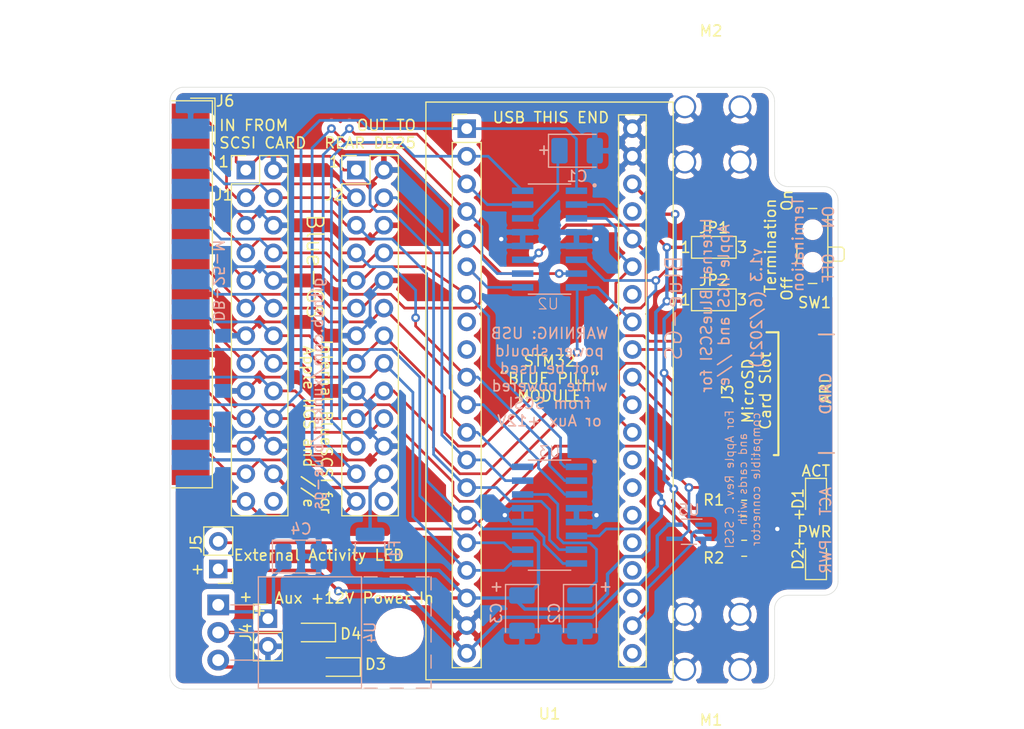
<source format=kicad_pcb>
(kicad_pcb (version 20171130) (host pcbnew "(5.1.8-0-10_14)")
  (layers (0 F.Cu signal) (31 B.Cu signal) (34 B.Paste user) (35 F.Paste user) (36 B.SilkS user) (37 F.SilkS user) (38 B.Mask user) (39 F.Mask user) (44 Edge.Cuts user))
  (net 0 "")
  (net 1 "Net-(U1-Pad37)")
  (net 2 "Net-(U1-Pad34)")
  (net 3 "Net-(U1-Pad8)")
  (net 4 "Net-(U1-Pad9)")
  (net 5 "Net-(U1-Pad28)")
  (net 6 "Net-(U1-Pad25)")
  (net 7 "Net-(U1-Pad24)")
  (net 8 "Net-(U1-Pad23)")
  (net 9 "Net-(U1-Pad21)")
  (net 10 "Net-(J1-Pad26)")
  (net 11 "Net-(J2-Pad26)")
  (net 12 +5V)
  (net 13 GND)
  (net 14 /SCSI_DB4)
  (net 15 /SCSI_DB2)
  (net 16 /SCSI_DB1)
  (net 17 /SCSI_DBP)
  (net 18 /SCSI_SEL)
  (net 19 /SCSI_ATN)
  (net 20 /SCSI_C_D)
  (net 21 /SCSI_DB7)
  (net 22 /SCSI_DB6)
  (net 23 /SCSI_DB5)
  (net 24 /SCSI_DB3)
  (net 25 /SCSI_DB0)
  (net 26 /SCSI_BSY)
  (net 27 /SCSI_ACK)
  (net 28 /SCSI_RST)
  (net 29 /SCSI_I_O)
  (net 30 /SCSI_MSG)
  (net 31 /SCSI_REQ)
  (net 32 /SD_MISO)
  (net 33 /SD_CSK)
  (net 34 +3V3)
  (net 35 /SD_MOSI)
  (net 36 /SD_CS)
  (net 37 "Net-(J3-Pad8)")
  (net 38 "Net-(J3-Pad1)")
  (net 39 "Net-(D2-Pad2)")
  (net 40 "Net-(C1-Pad1)")
  (net 41 "Net-(C2-Pad1)")
  (net 42 /TERM_DISC)
  (net 43 "Net-(D1-Pad1)")
  (net 44 /DEBUG_RX)
  (net 45 /DEBUG_TX)
  (net 46 "Net-(D4-Pad2)")
  (net 47 /+12V_AUX)
  (net 48 /TERM_EN)
  (net 49 /TERM_DIS)
  (net 50 /DISK_ACT)
  (net 51 /REG_OUT)
  (net 52 /SCSI_TERMPWR)
  (net 53 "Net-(D1-Pad2)")
  (net 54 "Net-(U5-Pad1)")
  (module Connector_Dsub:DSUB-25_Male_EdgeMount_P2.77mm (layer F.Cu) (at 127 66.04 270)
    (fp_text reference J6 (at -17.78 -3.175 180) (layer F.SilkS))
    (fp_text value DB25_Male)
    (pad 1 smd rect (at -16.62 0 270) (size 1.846667 3.48) (layers F.Cu F.Paste F.Mask) (net 31 /SCSI_REQ))
    (pad 2 smd rect (at -13.85 0 270) (size 1.846667 3.48) (layers F.Cu F.Paste F.Mask) (net 30 /SCSI_MSG))
    (pad 3 smd rect (at -11.08 0 270) (size 1.846667 3.48) (layers F.Cu F.Paste F.Mask) (net 29 /SCSI_I_O))
    (pad 4 smd rect (at -8.31 0 270) (size 1.846667 3.48) (layers F.Cu F.Paste F.Mask) (net 28 /SCSI_RST))
    (pad 5 smd rect (at -5.54 0 270) (size 1.846667 3.48) (layers F.Cu F.Paste F.Mask) (net 27 /SCSI_ACK))
    (pad 6 smd rect (at -2.77 0 270) (size 1.846667 3.48) (layers F.Cu F.Paste F.Mask) (net 26 /SCSI_BSY))
    (pad 7 smd rect (at 0 0 270) (size 1.846667 3.48) (layers F.Cu F.Paste F.Mask) (net 13 GND))
    (pad 8 smd rect (at 2.77 0 270) (size 1.846667 3.48) (layers F.Cu F.Paste F.Mask) (net 25 /SCSI_DB0))
    (pad 9 smd rect (at 5.54 0 270) (size 1.846667 3.48) (layers F.Cu F.Paste F.Mask) (net 13 GND))
    (pad 10 smd rect (at 8.31 0 270) (size 1.846667 3.48) (layers F.Cu F.Paste F.Mask) (net 24 /SCSI_DB3))
    (pad 11 smd rect (at 11.08 0 270) (size 1.846667 3.48) (layers F.Cu F.Paste F.Mask) (net 23 /SCSI_DB5))
    (pad 12 smd rect (at 13.85 0 270) (size 1.846667 3.48) (layers F.Cu F.Paste F.Mask) (net 22 /SCSI_DB6))
    (pad 13 smd rect (at 16.62 0 270) (size 1.846667 3.48) (layers F.Cu F.Paste F.Mask) (net 21 /SCSI_DB7))
    (pad 14 smd rect (at -15.235 0 270) (size 1.846667 3.48) (layers B.Cu B.Paste B.Mask) (net 13 GND))
    (pad 15 smd rect (at -12.465 0 270) (size 1.846667 3.48) (layers B.Cu B.Paste B.Mask) (net 20 /SCSI_C_D))
    (pad 16 smd rect (at -9.695 0 270) (size 1.846667 3.48) (layers B.Cu B.Paste B.Mask) (net 13 GND))
    (pad 17 smd rect (at -6.925 0 270) (size 1.846667 3.48) (layers B.Cu B.Paste B.Mask) (net 19 /SCSI_ATN))
    (pad 18 smd rect (at -4.155 0 270) (size 1.846667 3.48) (layers B.Cu B.Paste B.Mask) (net 13 GND))
    (pad 19 smd rect (at -1.385 0 270) (size 1.846667 3.48) (layers B.Cu B.Paste B.Mask) (net 18 /SCSI_SEL))
    (pad 20 smd rect (at 1.385 0 270) (size 1.846667 3.48) (layers B.Cu B.Paste B.Mask) (net 17 /SCSI_DBP))
    (pad 21 smd rect (at 4.155 0 270) (size 1.846667 3.48) (layers B.Cu B.Paste B.Mask) (net 16 /SCSI_DB1))
    (pad 22 smd rect (at 6.925 0 270) (size 1.846667 3.48) (layers B.Cu B.Paste B.Mask) (net 15 /SCSI_DB2))
    (pad 23 smd rect (at 9.695 0 270) (size 1.846667 3.48) (layers B.Cu B.Paste B.Mask) (net 14 /SCSI_DB4))
    (pad 24 smd rect (at 12.465 0 270) (size 1.846667 3.48) (layers B.Cu B.Paste B.Mask) (net 13 GND))
    (pad 25 smd rect (at 15.235 0 270) (size 1.846667 3.48) (layers B.Cu B.Paste B.Mask) (net 52 /SCSI_TERMPWR))
  )
  (module Package_TO_SOT_SMD:SOT-353_SC-70-5_Handsoldering (layer B.Cu) (at 172.847 87.884 180)
    (fp_text reference U5 (at 0 2) (layer B.SilkS) (effects (justify mirror)))
    (fp_text value NL17SZ07DFT2G)
    (pad 5 smd rect (at 1.33 0.65 180) (size 1.5 0.4) (layers B.Cu B.Paste B.Mask) (net 34 +3V3))
    (pad 4 smd rect (at 1.33 -0.65 180) (size 1.5 0.4) (layers B.Cu B.Paste B.Mask) (net 43 "Net-(D1-Pad1)"))
    (pad 3 smd rect (at -1.33 -0.65 180) (size 1.5 0.4) (layers B.Cu B.Paste B.Mask) (net 13 GND))
    (pad 2 smd rect (at -1.33 0 180) (size 1.5 0.4) (layers B.Cu B.Paste B.Mask) (net 50 /DISK_ACT))
    (pad 1 smd rect (at -1.33 0.65 180) (size 1.5 0.4) (layers B.Cu B.Paste B.Mask) (net 54 "Net-(U5-Pad1)"))
  )
  (module Package_TO_SOT_THT:TO-220-3_Horizontal_TabUp (layer B.Cu) (at 129.54 94.615 270)
    (fp_text reference U4 (at 2.54 -13.97 90) (layer B.SilkS) (effects (justify mirror)))
    (fp_text value MC7805CT-BP)
    (pad 3 thru_hole oval (at 5.08 0 270) (size 1.905 2) (drill 1.1) (layers *.Cu *.Mask) (net 51 /REG_OUT))
    (pad 2 thru_hole oval (at 2.54 0 270) (size 1.905 2) (drill 1.1) (layers *.Cu *.Mask) (net 46 "Net-(D4-Pad2)"))
    (pad 1 thru_hole rect (at 0 0 270) (size 1.905 2) (drill 1.1) (layers *.Cu *.Mask) (net 47 /+12V_AUX))
    (pad "" np_thru_hole oval (at 2.54 -16.66 270) (size 3.5 3.5) (drill 3.5) (layers *.Cu *.Mask))
  )
  (module "my library:keystone-7774" (layer F.Cu) (at 180.721 53.871 180)
    (fp_text reference M2 (at 5.842 12.065) (layer F.SilkS))
    (fp_text value Screw_Terminal_01x01)
    (pad 1 thru_hole circle (at 8.26 5.08 180) (size 2.1 2.1) (drill 1.7) (layers *.Cu *.Mask) (net 13 GND))
    (pad 1 thru_hole circle (at 3.18 5.08 180) (size 2.1 2.1) (drill 1.7) (layers *.Cu *.Mask) (net 13 GND))
    (pad 1 thru_hole circle (at 8.26 0 180) (size 2.1 2.1) (drill 1.7) (layers *.Cu *.Mask) (net 13 GND))
    (pad 1 thru_hole circle (at 3.18 0 180) (size 2.1 2.1) (drill 1.7) (layers *.Cu *.Mask) (net 13 GND))
  )
  (module "my library:keystone-7774" (layer F.Cu) (at 180.721 100.561 180)
    (fp_text reference M1 (at 5.842 -4.649) (layer F.SilkS))
    (fp_text value Screw_Terminal_01x01)
    (pad 1 thru_hole circle (at 8.26 5.08 180) (size 2.1 2.1) (drill 1.7) (layers *.Cu *.Mask) (net 13 GND))
    (pad 1 thru_hole circle (at 3.18 5.08 180) (size 2.1 2.1) (drill 1.7) (layers *.Cu *.Mask) (net 13 GND))
    (pad 1 thru_hole circle (at 8.26 0 180) (size 2.1 2.1) (drill 1.7) (layers *.Cu *.Mask) (net 13 GND))
    (pad 1 thru_hole circle (at 3.18 0 180) (size 2.1 2.1) (drill 1.7) (layers *.Cu *.Mask) (net 13 GND))
  )
  (module Connector_PinHeader_2.54mm:PinHeader_1x02_P2.54mm_Vertical (layer F.Cu) (at 129.54 91.313 180)
    (fp_text reference J5 (at 2.032 2.286 270) (layer F.SilkS))
    (fp_text value Conn_01x02_Male)
    (pad 2 thru_hole oval (at 0 2.54 180) (size 1.7 1.7) (drill 1) (layers *.Cu *.Mask) (net 43 "Net-(D1-Pad1)"))
    (pad 1 thru_hole rect (at 0 0 180) (size 1.7 1.7) (drill 1) (layers *.Cu *.Mask) (net 34 +3V3))
  )
  (module Fuse:Fuse_1210_3225Metric (layer B.Cu) (at 143.51 89.535 90)
    (fp_text reference F1 (at 0 2.28 270) (layer B.SilkS) (effects (justify mirror)))
    (fp_text value Fuse)
    (pad 2 smd roundrect (at 1.4 0 90) (size 1.25 2.65) (layers B.Cu B.Paste B.Mask) (roundrect_rratio 0.2) (net 52 /SCSI_TERMPWR))
    (pad 1 smd roundrect (at -1.4 0 90) (size 1.25 2.65) (layers B.Cu B.Paste B.Mask) (roundrect_rratio 0.2) (net 12 +5V))
  )
  (module Jumper:SolderJumper-3_P1.3mm_Open_Pad1.0x1.5mm_NumberLabels (layer F.Cu) (at 175.133 66.548)
    (fp_text reference JP2 (at 0 -1.8) (layer F.SilkS))
    (fp_text value Jumper_3_Open)
    (fp_text user 1 (at -2.6 0) (layer F.SilkS))
    (fp_text user 3 (at 2.6 0) (layer F.SilkS))
    (pad 1 smd rect (at -1.3 0) (size 1 1.5) (layers F.Cu F.Mask) (net 12 +5V))
    (pad 2 smd rect (at 0 0) (size 1 1.5) (layers F.Cu F.Mask) (net 49 /TERM_DIS))
    (pad 3 smd rect (at 1.3 0) (size 1 1.5) (layers F.Cu F.Mask) (net 13 GND))
  )
  (module Jumper:SolderJumper-3_P1.3mm_Open_Pad1.0x1.5mm_NumberLabels (layer F.Cu) (at 175.133 61.722)
    (fp_text reference JP1 (at 0 -1.8) (layer F.SilkS))
    (fp_text value Jumper_3_Open)
    (fp_text user 1 (at -2.6 0) (layer F.SilkS))
    (fp_text user 3 (at 2.6 0) (layer F.SilkS))
    (pad 1 smd rect (at -1.3 0) (size 1 1.5) (layers F.Cu F.Mask) (net 12 +5V))
    (pad 2 smd rect (at 0 0) (size 1 1.5) (layers F.Cu F.Mask) (net 48 /TERM_EN))
    (pad 3 smd rect (at 1.3 0) (size 1 1.5) (layers F.Cu F.Mask) (net 13 GND))
  )
  (module "Molex 105162-0001:105162-0001" (layer F.Cu) (at 174.625 75.184 90)
    (fp_text reference J3 (at 0 1.778 90) (layer F.SilkS))
    (fp_text value 105162-0001)
    (pad 1 smd rect (at 3.55 7.34 90) (size 0.5 1) (layers F.Cu F.Paste F.Mask) (net 38 "Net-(J3-Pad1)"))
    (pad 2 smd rect (at 2.45 7.34 90) (size 0.5 1) (layers F.Cu F.Paste F.Mask) (net 36 /SD_CS))
    (pad 3 smd rect (at 1.35 7.34 90) (size 0.5 1) (layers F.Cu F.Paste F.Mask) (net 35 /SD_MOSI))
    (pad 4 smd rect (at 0.25 7.34 90) (size 0.5 1) (layers F.Cu F.Paste F.Mask) (net 34 +3V3))
    (pad 5 smd rect (at -0.85 7.34 90) (size 0.5 1) (layers F.Cu F.Paste F.Mask) (net 33 /SD_CSK))
    (pad 6 smd rect (at -1.95 7.34 90) (size 0.5 1) (layers F.Cu F.Paste F.Mask) (net 13 GND))
    (pad 7 smd rect (at -3.05 7.34 90) (size 0.5 1) (layers F.Cu F.Paste F.Mask) (net 32 /SD_MISO))
    (pad 8 smd rect (at -4.15 7.34 90) (size 0.5 1) (layers F.Cu F.Paste F.Mask) (net 37 "Net-(J3-Pad8)"))
    (pad 9 smd rect (at 5.31 4.66 90) (size 0.72 0.78) (layers F.Cu F.Paste F.Mask) (net 13 GND))
    (pad 10 smd rect (at 5.325 3.39 90) (size 1.05 1.08) (layers F.Cu F.Paste F.Mask) (net 13 GND))
    (pad 11 smd rect (at 5.325 0.78 90) (size 1.05 1.2) (layers F.Cu F.Paste F.Mask) (net 13 GND))
    (pad 12 smd rect (at -5.325 1.35 90) (size 1.05 1.2) (layers F.Cu F.Paste F.Mask) (net 13 GND))
    (pad 13 smd rect (at -5.325 4.535 90) (size 1.05 2.39) (layers F.Cu F.Paste F.Mask) (net 13 GND))
    (pad 14 smd rect (at 1.986 0.105 90) (size 2.91 0.55) (layers F.Cu F.Paste F.Mask))
    (pad 15 smd rect (at -2.204 0.105 90) (size 2.91 0.55) (layers F.Cu F.Paste F.Mask))
  )
  (module Diode_SMD:D_SOD-323_HandSoldering (layer F.Cu) (at 138.43 97.155 180)
    (fp_text reference D4 (at -3.302 -0.127) (layer F.SilkS))
    (fp_text value 1N4001)
    (pad 2 smd rect (at 1.25 0 180) (size 1 1) (layers F.Cu F.Paste F.Mask) (net 46 "Net-(D4-Pad2)"))
    (pad 1 smd rect (at -1.25 0 180) (size 1 1) (layers F.Cu F.Paste F.Mask) (net 13 GND))
  )
  (module Diode_SMD:D_SOD-323_HandSoldering (layer F.Cu) (at 140.716 100.33 180)
    (fp_text reference D3 (at -3.302 0.254) (layer F.SilkS))
    (fp_text value 1N4001)
    (pad 2 smd rect (at 1.25 0 180) (size 1 1) (layers F.Cu F.Paste F.Mask) (net 51 /REG_OUT))
    (pad 1 smd rect (at -1.25 0 180) (size 1 1) (layers F.Cu F.Paste F.Mask) (net 12 +5V))
  )
  (module Connector_PinHeader_2.54mm:PinHeader_1x02_P2.54mm_Vertical (layer F.Cu) (at 134.112 95.885)
    (fp_text reference J4 (at -2.032 1.27 270) (layer F.SilkS))
    (fp_text value Conn_01x02_Male)
    (pad 2 thru_hole oval (at 0 2.54) (size 1.7 1.7) (drill 1) (layers *.Cu *.Mask) (net 13 GND))
    (pad 1 thru_hole rect (at 0 0) (size 1.7 1.7) (drill 1) (layers *.Cu *.Mask) (net 47 /+12V_AUX))
  )
  (module Capacitor_Tantalum_SMD:CP_EIA-3528-21_Kemet-B_Pad1.50x2.35mm_HandSolder (layer B.Cu) (at 137.16 90.17)
    (fp_text reference C4 (at 0 -2.54 180) (layer B.SilkS) (effects (justify mirror)))
    (fp_text value 10uF)
    (pad 2 smd roundrect (at 1.625 0) (size 1.5 2.35) (layers B.Cu B.Paste B.Mask) (roundrect_rratio 0.1666666666666667) (net 13 GND))
    (pad 1 smd roundrect (at -1.625 0) (size 1.5 2.35) (layers B.Cu B.Paste B.Mask) (roundrect_rratio 0.1666666666666667) (net 47 /+12V_AUX))
  )
  (module Button_Switch_SMD:SW_SPDT_PCM12 (layer F.Cu) (at 183.896 61.595 90)
    (fp_text reference SW1 (at -5.207 0.508) (layer F.SilkS))
    (fp_text value SW_SPDT)
    (pad "" np_thru_hole circle (at -1.5 0.33 90) (size 0.9 0.9) (drill 0.9) (layers *.Cu *.Mask))
    (pad "" np_thru_hole circle (at 1.5 0.33 90) (size 0.9 0.9) (drill 0.9) (layers *.Cu *.Mask))
    (pad 1 smd rect (at -2.25 -1.43 90) (size 0.7 1.5) (layers F.Cu F.Paste F.Mask) (net 49 /TERM_DIS))
    (pad 2 smd rect (at 0.75 -1.43 90) (size 0.7 1.5) (layers F.Cu F.Paste F.Mask) (net 42 /TERM_DISC))
    (pad 3 smd rect (at 2.25 -1.43 90) (size 0.7 1.5) (layers F.Cu F.Paste F.Mask) (net 48 /TERM_EN))
    (pad "" smd rect (at -3.65 1.43 90) (size 1 0.8) (layers F.Cu F.Paste F.Mask))
    (pad "" smd rect (at 3.65 1.43 90) (size 1 0.8) (layers F.Cu F.Paste F.Mask))
    (pad "" smd rect (at 3.65 -0.78 90) (size 1 0.8) (layers F.Cu F.Paste F.Mask))
    (pad "" smd rect (at -3.65 -0.78 90) (size 1 0.8) (layers F.Cu F.Paste F.Mask))
  )
  (module Capacitor_Tantalum_SMD:CP_EIA-3528-21_Kemet-B_Pad1.50x2.35mm_HandSolder (layer B.Cu) (at 157.48 95.377 270)
    (fp_text reference C3 (at 0 2.35 90) (layer B.SilkS) (effects (justify mirror)))
    (fp_text value "4.7uF, 6.3v")
    (pad 2 smd roundrect (at 1.625 0 270) (size 1.5 2.35) (layers B.Cu B.Paste B.Mask) (roundrect_rratio 0.1666666666666667) (net 13 GND))
    (pad 1 smd roundrect (at -1.625 0 270) (size 1.5 2.35) (layers B.Cu B.Paste B.Mask) (roundrect_rratio 0.1666666666666667) (net 12 +5V))
  )
  (module Capacitor_Tantalum_SMD:CP_EIA-3528-21_Kemet-B_Pad1.50x2.35mm_HandSolder (layer B.Cu) (at 162.814 95.377 270)
    (fp_text reference C2 (at 0 2.35 90) (layer B.SilkS) (effects (justify mirror)))
    (fp_text value "4.7uF, 6.3v")
    (pad 2 smd roundrect (at 1.625 0 270) (size 1.5 2.35) (layers B.Cu B.Paste B.Mask) (roundrect_rratio 0.1666666666666667) (net 13 GND))
    (pad 1 smd roundrect (at -1.625 0 270) (size 1.5 2.35) (layers B.Cu B.Paste B.Mask) (roundrect_rratio 0.1666666666666667) (net 41 "Net-(C2-Pad1)"))
  )
  (module Capacitor_Tantalum_SMD:CP_EIA-3528-21_Kemet-B_Pad1.50x2.35mm_HandSolder (layer B.Cu) (at 162.56 52.832)
    (fp_text reference C1 (at 0 2.35) (layer B.SilkS) (effects (justify mirror)))
    (fp_text value "4.7uF, 6.3v")
    (pad 2 smd roundrect (at 1.625 0) (size 1.5 2.35) (layers B.Cu B.Paste B.Mask) (roundrect_rratio 0.1666666666666667) (net 13 GND))
    (pad 1 smd roundrect (at -1.625 0) (size 1.5 2.35) (layers B.Cu B.Paste B.Mask) (roundrect_rratio 0.1666666666666667) (net 40 "Net-(C1-Pad1)"))
  )
  (module LED_SMD:LED_0805_2012Metric_Pad1.15x1.40mm_HandSolder (layer F.Cu) (at 184.531 90.424 90)
    (fp_text reference D2 (at 0 -1.65 90) (layer F.SilkS))
    (fp_text value LED)
    (pad 2 smd roundrect (at 1.025 0 90) (size 1.15 1.4) (layers F.Cu F.Paste F.Mask) (roundrect_rratio 0.2173904347826087) (net 39 "Net-(D2-Pad2)"))
    (pad 1 smd roundrect (at -1.025 0 90) (size 1.15 1.4) (layers F.Cu F.Paste F.Mask) (roundrect_rratio 0.2173904347826087) (net 13 GND))
  )
  (module LED_SMD:LED_0805_2012Metric_Pad1.15x1.40mm_HandSolder (layer F.Cu) (at 184.531 84.836 270)
    (fp_text reference D1 (at 0 1.651 90) (layer F.SilkS))
    (fp_text value LED)
    (pad 2 smd roundrect (at 1.025 0 270) (size 1.15 1.4) (layers F.Cu F.Paste F.Mask) (roundrect_rratio 0.2173904347826087) (net 53 "Net-(D1-Pad2)"))
    (pad 1 smd roundrect (at -1.025 0 270) (size 1.15 1.4) (layers F.Cu F.Paste F.Mask) (roundrect_rratio 0.2173904347826087) (net 43 "Net-(D1-Pad1)"))
  )
  (module Resistor_SMD:R_0805_2012Metric_Pad1.20x1.40mm_HandSolder (layer F.Cu) (at 177.927 89.408 180)
    (fp_text reference R2 (at 2.794 -0.889) (layer F.SilkS))
    (fp_text value 1K)
    (pad 2 smd roundrect (at 1 0 180) (size 1.2 1.4) (layers F.Cu F.Paste F.Mask) (roundrect_rratio 0.2083325) (net 12 +5V))
    (pad 1 smd roundrect (at -1 0 180) (size 1.2 1.4) (layers F.Cu F.Paste F.Mask) (roundrect_rratio 0.2083325) (net 39 "Net-(D2-Pad2)"))
  )
  (module Resistor_SMD:R_0805_2012Metric_Pad1.20x1.40mm_HandSolder (layer F.Cu) (at 177.927 85.725)
    (fp_text reference R1 (at -2.794 -0.762) (layer F.SilkS))
    (fp_text value 470)
    (pad 2 smd roundrect (at 1 0) (size 1.2 1.4) (layers F.Cu F.Paste F.Mask) (roundrect_rratio 0.2083325) (net 53 "Net-(D1-Pad2)"))
    (pad 1 smd roundrect (at -1 0) (size 1.2 1.4) (layers F.Cu F.Paste F.Mask) (roundrect_rratio 0.2083325) (net 34 +3V3))
  )
  (module Connector_PinHeader_2.54mm:PinHeader_2x13_P2.54mm_Vertical (layer F.Cu) (at 142.24 54.61)
    (fp_text reference J2 (at -2.032 2.286) (layer F.SilkS))
    (fp_text value Conn_02x13_Odd_Even)
    (pad 26 thru_hole oval (at 2.54 30.48) (size 1.7 1.7) (drill 1) (layers *.Cu *.Mask) (net 11 "Net-(J2-Pad26)"))
    (pad 25 thru_hole oval (at 0 30.48) (size 1.7 1.7) (drill 1) (layers *.Cu *.Mask) (net 21 /SCSI_DB7))
    (pad 24 thru_hole oval (at 2.54 27.94) (size 1.7 1.7) (drill 1) (layers *.Cu *.Mask) (net 52 /SCSI_TERMPWR))
    (pad 23 thru_hole oval (at 0 27.94) (size 1.7 1.7) (drill 1) (layers *.Cu *.Mask) (net 22 /SCSI_DB6))
    (pad 22 thru_hole oval (at 2.54 25.4) (size 1.7 1.7) (drill 1) (layers *.Cu *.Mask) (net 13 GND))
    (pad 21 thru_hole oval (at 0 25.4) (size 1.7 1.7) (drill 1) (layers *.Cu *.Mask) (net 23 /SCSI_DB5))
    (pad 20 thru_hole oval (at 2.54 22.86) (size 1.7 1.7) (drill 1) (layers *.Cu *.Mask) (net 14 /SCSI_DB4))
    (pad 19 thru_hole oval (at 0 22.86) (size 1.7 1.7) (drill 1) (layers *.Cu *.Mask) (net 24 /SCSI_DB3))
    (pad 18 thru_hole oval (at 2.54 20.32) (size 1.7 1.7) (drill 1) (layers *.Cu *.Mask) (net 15 /SCSI_DB2))
    (pad 17 thru_hole oval (at 0 20.32) (size 1.7 1.7) (drill 1) (layers *.Cu *.Mask) (net 13 GND))
    (pad 16 thru_hole oval (at 2.54 17.78) (size 1.7 1.7) (drill 1) (layers *.Cu *.Mask) (net 16 /SCSI_DB1))
    (pad 15 thru_hole oval (at 0 17.78) (size 1.7 1.7) (drill 1) (layers *.Cu *.Mask) (net 25 /SCSI_DB0))
    (pad 14 thru_hole oval (at 2.54 15.24) (size 1.7 1.7) (drill 1) (layers *.Cu *.Mask) (net 17 /SCSI_DBP))
    (pad 13 thru_hole oval (at 0 15.24) (size 1.7 1.7) (drill 1) (layers *.Cu *.Mask) (net 13 GND))
    (pad 12 thru_hole oval (at 2.54 12.7) (size 1.7 1.7) (drill 1) (layers *.Cu *.Mask) (net 18 /SCSI_SEL))
    (pad 11 thru_hole oval (at 0 12.7) (size 1.7 1.7) (drill 1) (layers *.Cu *.Mask) (net 26 /SCSI_BSY))
    (pad 10 thru_hole oval (at 2.54 10.16) (size 1.7 1.7) (drill 1) (layers *.Cu *.Mask) (net 13 GND))
    (pad 9 thru_hole oval (at 0 10.16) (size 1.7 1.7) (drill 1) (layers *.Cu *.Mask) (net 27 /SCSI_ACK))
    (pad 8 thru_hole oval (at 2.54 7.62) (size 1.7 1.7) (drill 1) (layers *.Cu *.Mask) (net 19 /SCSI_ATN))
    (pad 7 thru_hole oval (at 0 7.62) (size 1.7 1.7) (drill 1) (layers *.Cu *.Mask) (net 28 /SCSI_RST))
    (pad 6 thru_hole oval (at 2.54 5.08) (size 1.7 1.7) (drill 1) (layers *.Cu *.Mask) (net 13 GND))
    (pad 5 thru_hole oval (at 0 5.08) (size 1.7 1.7) (drill 1) (layers *.Cu *.Mask) (net 29 /SCSI_I_O))
    (pad 4 thru_hole oval (at 2.54 2.54) (size 1.7 1.7) (drill 1) (layers *.Cu *.Mask) (net 20 /SCSI_C_D))
    (pad 3 thru_hole oval (at 0 2.54) (size 1.7 1.7) (drill 1) (layers *.Cu *.Mask) (net 30 /SCSI_MSG))
    (pad 2 thru_hole oval (at 2.54 0) (size 1.7 1.7) (drill 1) (layers *.Cu *.Mask) (net 13 GND))
    (pad 1 thru_hole rect (at 0 0) (size 1.7 1.7) (drill 1) (layers *.Cu *.Mask) (net 31 /SCSI_REQ))
  )
  (module "my library:YAAJ_BluePill_2" (layer F.Cu) (at 152.4 50.8)
    (fp_text reference U1 (at 7.62 53.848) (layer F.SilkS))
    (fp_text value YAAJ_BluePill hide)
    (pad 40 thru_hole circle (at 15.24 0) (size 1.7 1.7) (drill 1) (layers *.Cu *.Mask) (net 13 GND))
    (pad 1 thru_hole rect (at 0 0) (size 1.7 1.7) (drill 1) (layers *.Cu *.Mask) (net 14 /SCSI_DB4))
    (pad 39 thru_hole circle (at 15.24 2.54) (size 1.7 1.7) (drill 1) (layers *.Cu *.Mask) (net 13 GND))
    (pad 2 thru_hole circle (at 0 2.54) (size 1.7 1.7) (drill 1) (layers *.Cu *.Mask) (net 23 /SCSI_DB5))
    (pad 38 thru_hole circle (at 15.24 5.08) (size 1.7 1.7) (drill 1) (layers *.Cu *.Mask) (net 34 +3V3))
    (pad 3 thru_hole circle (at 0 5.08) (size 1.7 1.7) (drill 1) (layers *.Cu *.Mask) (net 22 /SCSI_DB6))
    (pad 37 thru_hole circle (at 15.24 7.62) (size 1.7 1.7) (drill 1) (layers *.Cu *.Mask) (net 1 "Net-(U1-Pad37)"))
    (pad 4 thru_hole circle (at 0 7.62) (size 1.7 1.7) (drill 1) (layers *.Cu *.Mask) (net 21 /SCSI_DB7))
    (pad 36 thru_hole circle (at 15.24 10.16) (size 1.7 1.7) (drill 1) (layers *.Cu *.Mask) (net 24 /SCSI_DB3))
    (pad 5 thru_hole circle (at 0 10.16) (size 1.7 1.7) (drill 1) (layers *.Cu *.Mask) (net 19 /SCSI_ATN))
    (pad 35 thru_hole circle (at 15.24 12.7) (size 1.7 1.7) (drill 1) (layers *.Cu *.Mask) (net 15 /SCSI_DB2))
    (pad 6 thru_hole circle (at 0 12.7) (size 1.7 1.7) (drill 1) (layers *.Cu *.Mask) (net 26 /SCSI_BSY))
    (pad 34 thru_hole circle (at 15.24 15.24) (size 1.7 1.7) (drill 1) (layers *.Cu *.Mask) (net 2 "Net-(U1-Pad34)"))
    (pad 7 thru_hole circle (at 0 15.24) (size 1.7 1.7) (drill 1) (layers *.Cu *.Mask) (net 27 /SCSI_ACK))
    (pad 33 thru_hole circle (at 15.24 17.78) (size 1.7 1.7) (drill 1) (layers *.Cu *.Mask) (net 17 /SCSI_DBP))
    (pad 8 thru_hole circle (at 0 17.78) (size 1.7 1.7) (drill 1) (layers *.Cu *.Mask) (net 3 "Net-(U1-Pad8)"))
    (pad 32 thru_hole circle (at 15.24 20.32) (size 1.7 1.7) (drill 1) (layers *.Cu *.Mask) (net 35 /SD_MOSI))
    (pad 9 thru_hole circle (at 0 20.32) (size 1.7 1.7) (drill 1) (layers *.Cu *.Mask) (net 4 "Net-(U1-Pad9)"))
    (pad 31 thru_hole circle (at 15.24 22.86) (size 1.7 1.7) (drill 1) (layers *.Cu *.Mask) (net 32 /SD_MISO))
    (pad 10 thru_hole circle (at 0 22.86) (size 1.7 1.7) (drill 1) (layers *.Cu *.Mask) (net 28 /SCSI_RST))
    (pad 30 thru_hole circle (at 15.24 25.4) (size 1.7 1.7) (drill 1) (layers *.Cu *.Mask) (net 33 /SD_CSK))
    (pad 11 thru_hole circle (at 0 25.4) (size 1.7 1.7) (drill 1) (layers *.Cu *.Mask) (net 30 /SCSI_MSG))
    (pad 29 thru_hole circle (at 15.24 27.94) (size 1.7 1.7) (drill 1) (layers *.Cu *.Mask) (net 36 /SD_CS))
    (pad 12 thru_hole circle (at 0 27.94) (size 1.7 1.7) (drill 1) (layers *.Cu *.Mask) (net 18 /SCSI_SEL))
    (pad 28 thru_hole circle (at 15.24 30.48) (size 1.7 1.7) (drill 1) (layers *.Cu *.Mask) (net 5 "Net-(U1-Pad28)"))
    (pad 13 thru_hole circle (at 0 30.48) (size 1.7 1.7) (drill 1) (layers *.Cu *.Mask) (net 20 /SCSI_C_D))
    (pad 27 thru_hole circle (at 15.24 33.02) (size 1.7 1.7) (drill 1) (layers *.Cu *.Mask) (net 44 /DEBUG_RX))
    (pad 14 thru_hole circle (at 0 33.02) (size 1.7 1.7) (drill 1) (layers *.Cu *.Mask) (net 31 /SCSI_REQ))
    (pad 26 thru_hole circle (at 15.24 35.56) (size 1.7 1.7) (drill 1) (layers *.Cu *.Mask) (net 45 /DEBUG_TX))
    (pad 15 thru_hole circle (at 0 35.56) (size 1.7 1.7) (drill 1) (layers *.Cu *.Mask) (net 29 /SCSI_I_O))
    (pad 25 thru_hole circle (at 15.24 38.1) (size 1.7 1.7) (drill 1) (layers *.Cu *.Mask) (net 6 "Net-(U1-Pad25)"))
    (pad 16 thru_hole circle (at 0 38.1) (size 1.7 1.7) (drill 1) (layers *.Cu *.Mask) (net 25 /SCSI_DB0))
    (pad 24 thru_hole circle (at 15.24 40.64) (size 1.7 1.7) (drill 1) (layers *.Cu *.Mask) (net 7 "Net-(U1-Pad24)"))
    (pad 17 thru_hole circle (at 0 40.64) (size 1.7 1.7) (drill 1) (layers *.Cu *.Mask) (net 16 /SCSI_DB1))
    (pad 23 thru_hole circle (at 15.24 43.18) (size 1.7 1.7) (drill 1) (layers *.Cu *.Mask) (net 8 "Net-(U1-Pad23)"))
    (pad 18 thru_hole circle (at 0 43.18) (size 1.7 1.7) (drill 1) (layers *.Cu *.Mask) (net 12 +5V))
    (pad 22 thru_hole circle (at 15.24 45.72) (size 1.7 1.7) (drill 1) (layers *.Cu *.Mask) (net 50 /DISK_ACT))
    (pad 19 thru_hole circle (at 0 45.72) (size 1.7 1.7) (drill 1) (layers *.Cu *.Mask) (net 13 GND))
    (pad 21 thru_hole circle (at 15.24 48.26) (size 1.7 1.7) (drill 1) (layers *.Cu *.Mask) (net 9 "Net-(U1-Pad21)"))
    (pad 20 thru_hole circle (at 0 48.26) (size 1.7 1.7) (drill 1) (layers *.Cu *.Mask) (net 34 +3V3))
  )
  (module "my library:SOIC127P600X175-16N" (layer B.Cu) (at 160.02 86.36 180)
    (fp_text reference U3 (at 0 5.842) (layer B.SilkS) (effects (font (thickness 0.1)) (justify mirror)))
    (fp_text value "UC560x, UCC56xx")
    (pad 1 smd rect (at -2.475 4.445 180) (size 1.97 0.6) (layers B.Cu B.Paste B.Mask) (net 27 /SCSI_ACK))
    (pad 2 smd rect (at -2.475 3.175 180) (size 1.97 0.6) (layers B.Cu B.Paste B.Mask) (net 28 /SCSI_RST))
    (pad 3 smd rect (at -2.475 1.905 180) (size 1.97 0.6) (layers B.Cu B.Paste B.Mask) (net 30 /SCSI_MSG))
    (pad 4 smd rect (at -2.475 0.635 180) (size 1.97 0.6) (layers B.Cu B.Paste B.Mask) (net 13 GND))
    (pad 5 smd rect (at -2.475 -0.635 180) (size 1.97 0.6) (layers B.Cu B.Paste B.Mask) (net 13 GND))
    (pad 6 smd rect (at -2.475 -1.905 180) (size 1.97 0.6) (layers B.Cu B.Paste B.Mask) (net 42 /TERM_DISC))
    (pad 7 smd rect (at -2.475 -3.175 180) (size 1.97 0.6) (layers B.Cu B.Paste B.Mask) (net 31 /SCSI_REQ))
    (pad 8 smd rect (at -2.475 -4.445 180) (size 1.97 0.6) (layers B.Cu B.Paste B.Mask) (net 29 /SCSI_I_O))
    (pad 9 smd rect (at 2.475 -4.445 180) (size 1.97 0.6) (layers B.Cu B.Paste B.Mask) (net 16 /SCSI_DB1))
    (pad 10 smd rect (at 2.475 -3.175 180) (size 1.97 0.6) (layers B.Cu B.Paste B.Mask) (net 25 /SCSI_DB0))
    (pad 11 smd rect (at 2.475 -1.905 180) (size 1.97 0.6) (layers B.Cu B.Paste B.Mask) (net 12 +5V))
    (pad 12 smd rect (at 2.475 -0.635 180) (size 1.97 0.6) (layers B.Cu B.Paste B.Mask) (net 13 GND))
    (pad 13 smd rect (at 2.475 0.635 180) (size 1.97 0.6) (layers B.Cu B.Paste B.Mask) (net 13 GND))
    (pad 14 smd rect (at 2.475 1.905 180) (size 1.97 0.6) (layers B.Cu B.Paste B.Mask) (net 41 "Net-(C2-Pad1)"))
    (pad 15 smd rect (at 2.475 3.175 180) (size 1.97 0.6) (layers B.Cu B.Paste B.Mask) (net 20 /SCSI_C_D))
    (pad 16 smd rect (at 2.475 4.445 180) (size 1.97 0.6) (layers B.Cu B.Paste B.Mask) (net 18 /SCSI_SEL))
  )
  (module "my library:SOIC127P600X175-16N" (layer B.Cu) (at 160.02 60.96 180)
    (fp_text reference U2 (at 0.127 -5.969) (layer B.SilkS) (effects (font (thickness 0.1)) (justify mirror)))
    (fp_text value "UC560x, UCC56xx")
    (pad 1 smd rect (at -2.475 4.445 180) (size 1.97 0.6) (layers B.Cu B.Paste B.Mask) (net 14 /SCSI_DB4))
    (pad 2 smd rect (at -2.475 3.175 180) (size 1.97 0.6) (layers B.Cu B.Paste B.Mask) (net 24 /SCSI_DB3))
    (pad 3 smd rect (at -2.475 1.905 180) (size 1.97 0.6) (layers B.Cu B.Paste B.Mask) (net 15 /SCSI_DB2))
    (pad 4 smd rect (at -2.475 0.635 180) (size 1.97 0.6) (layers B.Cu B.Paste B.Mask) (net 13 GND))
    (pad 5 smd rect (at -2.475 -0.635 180) (size 1.97 0.6) (layers B.Cu B.Paste B.Mask) (net 13 GND))
    (pad 6 smd rect (at -2.475 -1.905 180) (size 1.97 0.6) (layers B.Cu B.Paste B.Mask) (net 42 /TERM_DISC))
    (pad 7 smd rect (at -2.475 -3.175 180) (size 1.97 0.6) (layers B.Cu B.Paste B.Mask) (net 19 /SCSI_ATN))
    (pad 8 smd rect (at -2.475 -4.445 180) (size 1.97 0.6) (layers B.Cu B.Paste B.Mask) (net 17 /SCSI_DBP))
    (pad 9 smd rect (at 2.475 -4.445 180) (size 1.97 0.6) (layers B.Cu B.Paste B.Mask) (net 26 /SCSI_BSY))
    (pad 10 smd rect (at 2.475 -3.175 180) (size 1.97 0.6) (layers B.Cu B.Paste B.Mask) (net 21 /SCSI_DB7))
    (pad 11 smd rect (at 2.475 -1.905 180) (size 1.97 0.6) (layers B.Cu B.Paste B.Mask) (net 12 +5V))
    (pad 12 smd rect (at 2.475 -0.635 180) (size 1.97 0.6) (layers B.Cu B.Paste B.Mask) (net 13 GND))
    (pad 13 smd rect (at 2.475 0.635 180) (size 1.97 0.6) (layers B.Cu B.Paste B.Mask) (net 13 GND))
    (pad 14 smd rect (at 2.475 1.905 180) (size 1.97 0.6) (layers B.Cu B.Paste B.Mask) (net 40 "Net-(C1-Pad1)"))
    (pad 15 smd rect (at 2.475 3.175 180) (size 1.97 0.6) (layers B.Cu B.Paste B.Mask) (net 22 /SCSI_DB6))
    (pad 16 smd rect (at 2.475 4.445 180) (size 1.97 0.6) (layers B.Cu B.Paste B.Mask) (net 23 /SCSI_DB5))
  )
  (module Connector_PinHeader_2.54mm:PinHeader_2x13_P2.54mm_Vertical (layer F.Cu) (at 132.08 54.61)
    (fp_text reference J1 (at -2.032 2.286) (layer F.SilkS))
    (fp_text value Conn_02x13_Odd_Even)
    (pad 26 thru_hole oval (at 2.54 30.48) (size 1.7 1.7) (drill 1) (layers *.Cu *.Mask) (net 10 "Net-(J1-Pad26)"))
    (pad 25 thru_hole oval (at 0 30.48) (size 1.7 1.7) (drill 1) (layers *.Cu *.Mask) (net 21 /SCSI_DB7))
    (pad 24 thru_hole oval (at 2.54 27.94) (size 1.7 1.7) (drill 1) (layers *.Cu *.Mask) (net 52 /SCSI_TERMPWR))
    (pad 23 thru_hole oval (at 0 27.94) (size 1.7 1.7) (drill 1) (layers *.Cu *.Mask) (net 22 /SCSI_DB6))
    (pad 22 thru_hole oval (at 2.54 25.4) (size 1.7 1.7) (drill 1) (layers *.Cu *.Mask) (net 13 GND))
    (pad 21 thru_hole oval (at 0 25.4) (size 1.7 1.7) (drill 1) (layers *.Cu *.Mask) (net 23 /SCSI_DB5))
    (pad 20 thru_hole oval (at 2.54 22.86) (size 1.7 1.7) (drill 1) (layers *.Cu *.Mask) (net 14 /SCSI_DB4))
    (pad 19 thru_hole oval (at 0 22.86) (size 1.7 1.7) (drill 1) (layers *.Cu *.Mask) (net 24 /SCSI_DB3))
    (pad 18 thru_hole oval (at 2.54 20.32) (size 1.7 1.7) (drill 1) (layers *.Cu *.Mask) (net 15 /SCSI_DB2))
    (pad 17 thru_hole oval (at 0 20.32) (size 1.7 1.7) (drill 1) (layers *.Cu *.Mask) (net 13 GND))
    (pad 16 thru_hole oval (at 2.54 17.78) (size 1.7 1.7) (drill 1) (layers *.Cu *.Mask) (net 16 /SCSI_DB1))
    (pad 15 thru_hole oval (at 0 17.78) (size 1.7 1.7) (drill 1) (layers *.Cu *.Mask) (net 25 /SCSI_DB0))
    (pad 14 thru_hole oval (at 2.54 15.24) (size 1.7 1.7) (drill 1) (layers *.Cu *.Mask) (net 17 /SCSI_DBP))
    (pad 13 thru_hole oval (at 0 15.24) (size 1.7 1.7) (drill 1) (layers *.Cu *.Mask) (net 13 GND))
    (pad 12 thru_hole oval (at 2.54 12.7) (size 1.7 1.7) (drill 1) (layers *.Cu *.Mask) (net 18 /SCSI_SEL))
    (pad 11 thru_hole oval (at 0 12.7) (size 1.7 1.7) (drill 1) (layers *.Cu *.Mask) (net 26 /SCSI_BSY))
    (pad 10 thru_hole oval (at 2.54 10.16) (size 1.7 1.7) (drill 1) (layers *.Cu *.Mask) (net 13 GND))
    (pad 9 thru_hole oval (at 0 10.16) (size 1.7 1.7) (drill 1) (layers *.Cu *.Mask) (net 27 /SCSI_ACK))
    (pad 8 thru_hole oval (at 2.54 7.62) (size 1.7 1.7) (drill 1) (layers *.Cu *.Mask) (net 19 /SCSI_ATN))
    (pad 7 thru_hole oval (at 0 7.62) (size 1.7 1.7) (drill 1) (layers *.Cu *.Mask) (net 28 /SCSI_RST))
    (pad 6 thru_hole oval (at 2.54 5.08) (size 1.7 1.7) (drill 1) (layers *.Cu *.Mask) (net 13 GND))
    (pad 5 thru_hole oval (at 0 5.08) (size 1.7 1.7) (drill 1) (layers *.Cu *.Mask) (net 29 /SCSI_I_O))
    (pad 4 thru_hole oval (at 2.54 2.54) (size 1.7 1.7) (drill 1) (layers *.Cu *.Mask) (net 20 /SCSI_C_D))
    (pad 3 thru_hole oval (at 0 2.54) (size 1.7 1.7) (drill 1) (layers *.Cu *.Mask) (net 30 /SCSI_MSG))
    (pad 2 thru_hole oval (at 2.54 0) (size 1.7 1.7) (drill 1) (layers *.Cu *.Mask) (net 13 GND))
    (pad 1 thru_hole rect (at 0 0) (size 1.7 1.7) (drill 1) (layers *.Cu *.Mask) (net 31 /SCSI_REQ))
  )
  (gr_text "|    CARD    |" (at 185.42 75.184 90) (layer F.SilkS) (effects (font (size 1 1))))
  (gr_text DB-25-M (at 129.54 64.77 270) (layer B.SilkS) (effects (font (size 1 1)) (justify mirror)))
  (gr_text + (at 183.007 88.9) (layer F.SilkS) (effects (font (size 1 1))))
  (gr_text + (at 183.007 86.233) (layer F.SilkS) (effects (font (size 1 1))))
  (gr_text "|    CARD    |" (at 185.42 75.184 90) (layer B.SilkS) (effects (font (size 1 1)) (justify mirror)))
  (gr_text "External Activity LED" (at 130.87 90.043) (layer F.SilkS) (effects (font (size 1 1)) (justify left)))
  (gr_text + (at 127.635 91.44 180) (layer F.SilkS) (effects (font (size 1 1))))
  (gr_text Blue-GS (at 138.43 63.5 270) (layer F.SilkS) (effects (font (size 1.5 1.5))))
  (gr_text "v1.3 (6/2021)" (at 179.07 67.31 90) (layer B.SilkS) (effects (font (size 1 1)) (justify mirror)))
  (gr_text Blue-GS (at 171.45 67.31 90) (layer B.SilkS) (effects (font (size 1.5 1.5)) (justify mirror)))
  (gr_text + (at 133.35 95.25 180) (layer F.SilkS) (effects (font (size 1 1))))
  (gr_text + (at 132.08 93.98 180) (layer F.SilkS) (effects (font (size 1 1))))
  (gr_text "Aux +12V Power In" (at 134.62 93.98) (layer F.SilkS) (effects (font (size 1 1)) (justify left)))
  (gr_text "Internal BlueSCSI for\nApple IIGS and //e" (at 175.26 67.056 90) (layer B.SilkS) (effects (font (size 1 1)) (justify mirror)))
  (gr_arc (start 181.991 94.996) (end 181.991 93.726) (angle -90) (layer Edge.Cuts) (width 0.05))
  (gr_arc (start 181.991 54.864) (end 180.721 54.864) (angle -90) (layer Edge.Cuts) (width 0.05))
  (gr_arc (start 185.293 57.404) (end 186.563 57.404) (angle -90) (layer Edge.Cuts) (width 0.05))
  (gr_arc (start 185.293 92.456) (end 185.293 93.726) (angle -90) (layer Edge.Cuts) (width 0.05))
  (gr_arc (start 126.365 101.092) (end 125.095 101.092) (angle -90) (layer Edge.Cuts) (width 0.05))
  (gr_arc (start 179.451 101.092) (end 179.451 102.362) (angle -90) (layer Edge.Cuts) (width 0.05))
  (gr_arc (start 179.451 48.26) (end 180.721 48.26) (angle -90) (layer Edge.Cuts) (width 0.05))
  (gr_arc (start 126.365 48.26) (end 126.365 46.99) (angle -90) (layer Edge.Cuts) (width 0.05))
  (gr_text "WARNING: USB\npower should\nnot be used\nwhile powered\nfrom SCSI\nor Aux +12V" (at 160.02 73.66) (layer B.SilkS) (effects (font (size 1 1)) (justify mirror)))
  (gr_line (start 181.991 93.726) (end 185.293 93.726) (layer Edge.Cuts) (width 0.05))
  (gr_line (start 180.721 94.996) (end 180.721 101.092) (layer Edge.Cuts) (width 0.05))
  (gr_line (start 181.991 56.134) (end 185.293 56.134) (layer Edge.Cuts) (width 0.05))
  (gr_line (start 180.721 48.26) (end 180.721 54.864) (layer Edge.Cuts) (width 0.05))
  (gr_text "For Apple Rev. C SCSI\nand cards with\ncompatible connector" (at 177.8 83.058 90) (layer B.SilkS) (effects (font (size 0.75 0.75) (thickness 0.1)) (justify mirror)))
  (gr_text "MicroSD\nCard Slot" (at 179.07 74.93 90) (layer F.SilkS) (effects (font (size 1 1))))
  (gr_text Off (at 181.864 65.532 90) (layer F.SilkS) (effects (font (size 1 1))))
  (gr_text On (at 181.864 57.404 90) (layer F.SilkS) (effects (font (size 1 1))))
  (gr_text Termination (at 180.34 61.595 90) (layer F.SilkS) (effects (font (size 1 1))))
  (gr_text PWR (at 186.055 87.884) (layer F.SilkS) (effects (font (size 1 1)) (justify right)))
  (gr_text ACT (at 185.928 82.296) (layer F.SilkS) (effects (font (size 1 1)) (justify right)))
  (gr_text github.com/xunker/blue-gs (at 138.684 75.184 90) (layer B.SilkS) (effects (font (size 1 1)) (justify mirror)))
  (gr_text "Internal BlueSCSI for\nApple IIGS and //e\n" (at 138.684 78.232 270) (layer F.SilkS) (effects (font (size 1 1))))
  (gr_text + (at 155.067 92.964 90) (layer B.SilkS) (effects (font (size 1 1)) (justify mirror)))
  (gr_text + (at 165.1 92.964 90) (layer B.SilkS) (effects (font (size 1 1)) (justify mirror)))
  (gr_text + (at 159.512 52.705) (layer B.SilkS) (effects (font (size 1 1)) (justify mirror)))
  (gr_text "ON   OFF" (at 185.674 61.468 90) (layer B.SilkS) (effects (font (size 1 1)) (justify mirror)))
  (gr_text PWR (at 185.42 90.17 90) (layer B.SilkS) (effects (font (size 1 1)) (justify mirror)))
  (gr_text ACT (at 185.42 85.09 90) (layer B.SilkS) (effects (font (size 1 1)) (justify mirror)))
  (gr_text Termination (at 182.88 61.468 90) (layer B.SilkS) (effects (font (size 1 1)) (justify mirror)))
  (gr_text "STM32\n“BLUE PILL”\nMODULE" (at 160.02 73.787) (layer F.SilkS) (effects (font (size 1 1))))
  (gr_text 1 (at 130.048 53.848) (layer F.SilkS) (effects (font (size 1 1))))
  (gr_text 1 (at 140.208 53.848) (layer F.SilkS) (effects (font (size 1 1))))
  (gr_text "USB THIS END" (at 160.147 49.784) (layer F.SilkS) (effects (font (size 1 1))))
  (gr_text "OUT TO\nREAR DB25\n" (at 147.828 51.308) (layer F.SilkS) (effects (font (size 1 1)) (justify right)))
  (gr_text "IN FROM\nSCSI CARD" (at 129.54 51.308) (layer F.SilkS) (effects (font (size 1 1)) (justify left)))
  (gr_line (start 126.365 46.99) (end 179.451 46.99) (layer Edge.Cuts) (width 0.05))
  (gr_line (start 125.095 101.092) (end 125.095 48.26) (layer Edge.Cuts) (width 0.05))
  (gr_line (start 179.451 102.362) (end 126.365 102.362) (layer Edge.Cuts) (width 0.05))
  (gr_line (start 186.563 57.404) (end 186.563 92.456) (layer Edge.Cuts) (width 0.05))
  (via (at 159.02532 62.233641) (size 0.8) (drill 0.4) (layers F.Cu B.Cu) (net 12))
  (segment (start 157.545 62.865) (end 158.393961 62.865) (width 0.31) (layer B.Cu) (net 12))
  (segment (start 158.393961 62.865) (end 159.02532 62.233641) (width 0.31) (layer B.Cu) (net 12))
  (segment (start 159.004 92.71) (end 157.734 93.98) (width 0.31) (layer B.Cu) (net 12))
  (segment (start 159.004 88.8425) (end 159.004 92.71) (width 0.31) (layer B.Cu) (net 12))
  (segment (start 157.734 93.98) (end 152.4 93.98) (width 0.31) (layer B.Cu) (net 12))
  (segment (start 158.4265 88.265) (end 159.004 88.8425) (width 0.31) (layer B.Cu) (net 12))
  (segment (start 157.545 88.265) (end 158.4265 88.265) (width 0.31) (layer B.Cu) (net 12))
  (segment (start 161.58796 59.671001) (end 168.764001 59.671001) (width 0.31) (layer F.Cu) (net 12))
  (segment (start 173.833 61.722) (end 170.815 61.722) (width 0.31) (layer F.Cu) (net 12))
  (segment (start 159.02532 62.233641) (end 161.58796 59.671001) (width 0.31) (layer F.Cu) (net 12))
  (segment (start 168.764001 59.671001) (end 170.815 61.722) (width 0.31) (layer F.Cu) (net 12))
  (via (at 170.815 61.722) (size 0.8) (drill 0.4) (layers F.Cu B.Cu) (net 12))
  (segment (start 170.814998 66.675) (end 170.814998 61.722002) (width 0.31) (layer B.Cu) (net 12))
  (segment (start 173.579 66.675) (end 170.814998 66.675) (width 0.31) (layer F.Cu) (net 12))
  (segment (start 170.814998 61.722002) (end 170.815 61.722) (width 0.31) (layer B.Cu) (net 12))
  (segment (start 173.833 66.421) (end 173.579 66.675) (width 0.31) (layer F.Cu) (net 12))
  (via (at 170.814998 66.675) (size 0.8) (drill 0.4) (layers F.Cu B.Cu) (net 12))
  (segment (start 174.498 89.408) (end 170.307 85.217) (width 0.31) (layer F.Cu) (net 12))
  (segment (start 176.927 89.408) (end 174.498 89.408) (width 0.31) (layer F.Cu) (net 12))
  (via (at 170.307 85.217) (size 0.8) (drill 0.4) (layers F.Cu B.Cu) (net 12))
  (segment (start 170.307 84.582) (end 170.307 85.217) (width 0.31) (layer B.Cu) (net 12))
  (segment (start 169.799 84.074) (end 170.307 84.582) (width 0.31) (layer B.Cu) (net 12))
  (segment (start 169.799 67.691) (end 169.799 84.074) (width 0.31) (layer B.Cu) (net 12))
  (segment (start 170.814998 66.675002) (end 169.799 67.691) (width 0.31) (layer B.Cu) (net 12))
  (segment (start 170.814998 66.675) (end 170.814998 66.675002) (width 0.31) (layer B.Cu) (net 12))
  (segment (start 169.164 89.535) (end 169.164 87.59825) (width 0.31) (layer B.Cu) (net 12))
  (segment (start 169.164 87.59825) (end 170.307 86.45525) (width 0.31) (layer B.Cu) (net 12))
  (segment (start 168.529 90.17) (end 169.164 89.535) (width 0.31) (layer B.Cu) (net 12))
  (segment (start 170.307 86.45525) (end 170.307 85.217) (width 0.31) (layer B.Cu) (net 12))
  (segment (start 165.354 93.599) (end 165.354 91.7879) (width 0.31) (layer B.Cu) (net 12))
  (segment (start 163.957 94.996) (end 165.354 93.599) (width 0.31) (layer B.Cu) (net 12))
  (segment (start 157.7475 94.996) (end 163.957 94.996) (width 0.31) (layer B.Cu) (net 12))
  (segment (start 166.9719 90.17) (end 168.529 90.17) (width 0.31) (layer B.Cu) (net 12))
  (segment (start 165.354 91.7879) (end 166.9719 90.17) (width 0.31) (layer B.Cu) (net 12))
  (segment (start 156.718 93.9665) (end 157.7475 94.996) (width 0.31) (layer B.Cu) (net 12))
  (segment (start 149.86 91.44) (end 152.4 93.98) (width 0.31) (layer B.Cu) (net 12))
  (segment (start 144.78 91.44) (end 149.86 91.44) (width 0.31) (layer B.Cu) (net 12))
  (segment (start 144.145 90.805) (end 144.78 91.44) (width 0.31) (layer B.Cu) (net 12))
  (segment (start 143.51 90.805) (end 144.145 90.805) (width 0.31) (layer B.Cu) (net 12))
  (segment (start 141.966 100.33) (end 141.966 96.555875) (width 0.31) (layer F.Cu) (net 12))
  (segment (start 141.966 96.555875) (end 144.541875 93.98) (width 0.31) (layer F.Cu) (net 12))
  (segment (start 144.541875 93.98) (end 152.4 93.98) (width 0.31) (layer F.Cu) (net 12))
  (segment (start 157.545 85.725) (end 157.545 86.995) (width 0.25) (layer B.Cu) (net 13))
  (segment (start 157.545 60.325) (end 162.495 60.325) (width 0.25) (layer B.Cu) (net 13))
  (segment (start 157.418 61.468) (end 157.545 61.595) (width 0.25) (layer B.Cu) (net 13))
  (via (at 155.575 60.96) (size 0.8) (drill 0.4) (layers F.Cu B.Cu) (net 13))
  (segment (start 143.51 60.96) (end 144.78 59.69) (width 0.25) (layer F.Cu) (net 13))
  (segment (start 139.954 59.69) (end 141.224 60.96) (width 0.25) (layer F.Cu) (net 13))
  (segment (start 141.224 60.96) (end 143.51 60.96) (width 0.25) (layer F.Cu) (net 13))
  (segment (start 134.62 59.69) (end 139.954 59.69) (width 0.25) (layer F.Cu) (net 13))
  (segment (start 143.51 81.28) (end 144.78 80.01) (width 0.25) (layer F.Cu) (net 13))
  (segment (start 136.906 81.28) (end 143.51 81.28) (width 0.25) (layer F.Cu) (net 13))
  (segment (start 135.636 80.01) (end 136.906 81.28) (width 0.25) (layer F.Cu) (net 13))
  (segment (start 134.62 80.01) (end 135.636 80.01) (width 0.25) (layer F.Cu) (net 13))
  (segment (start 133.35 73.66) (end 132.08 74.93) (width 0.25) (layer F.Cu) (net 13))
  (segment (start 136.906 73.66) (end 133.35 73.66) (width 0.25) (layer F.Cu) (net 13))
  (segment (start 138.176 74.93) (end 136.906 73.66) (width 0.25) (layer F.Cu) (net 13))
  (segment (start 142.24 74.93) (end 138.176 74.93) (width 0.25) (layer F.Cu) (net 13))
  (segment (start 143.51 55.88) (end 144.78 54.61) (width 0.25) (layer F.Cu) (net 13))
  (segment (start 141.224 55.88) (end 143.51 55.88) (width 0.25) (layer F.Cu) (net 13))
  (segment (start 139.954 54.61) (end 141.224 55.88) (width 0.25) (layer F.Cu) (net 13))
  (segment (start 134.62 54.61) (end 139.954 54.61) (width 0.25) (layer F.Cu) (net 13))
  (via (at 164.338 60.96) (size 0.8) (drill 0.4) (layers F.Cu B.Cu) (net 13))
  (via (at 164.338 86.36) (size 0.8) (drill 0.4) (layers F.Cu B.Cu) (net 13))
  (segment (start 144.272 64.77) (end 144.78 64.77) (width 0.25) (layer F.Cu) (net 13))
  (segment (start 140.208 66.04) (end 143.002 66.04) (width 0.25) (layer F.Cu) (net 13))
  (segment (start 138.938 64.77) (end 140.208 66.04) (width 0.25) (layer F.Cu) (net 13))
  (segment (start 143.002 66.04) (end 144.272 64.77) (width 0.25) (layer F.Cu) (net 13))
  (segment (start 134.62 64.77) (end 138.938 64.77) (width 0.25) (layer F.Cu) (net 13))
  (segment (start 143.51 68.58) (end 142.24 69.85) (width 0.25) (layer B.Cu) (net 13))
  (segment (start 143.51 66.04) (end 143.51 68.58) (width 0.25) (layer B.Cu) (net 13))
  (segment (start 144.78 64.77) (end 143.51 66.04) (width 0.25) (layer B.Cu) (net 13))
  (segment (start 143.51 78.74) (end 144.78 80.01) (width 0.25) (layer B.Cu) (net 13))
  (segment (start 143.51 76.2) (end 143.51 78.74) (width 0.25) (layer B.Cu) (net 13))
  (segment (start 142.24 74.93) (end 143.51 76.2) (width 0.25) (layer B.Cu) (net 13))
  (segment (start 157.545 85.725) (end 156.5402 85.725) (width 0.25) (layer B.Cu) (net 13))
  (segment (start 156.5402 86.995) (end 155.9052 86.36) (width 0.25) (layer B.Cu) (net 13))
  (segment (start 156.5402 85.725) (end 155.9052 86.36) (width 0.25) (layer B.Cu) (net 13))
  (segment (start 157.545 86.995) (end 156.5402 86.995) (width 0.25) (layer B.Cu) (net 13))
  (via (at 155.9052 86.36) (size 0.8) (drill 0.4) (layers F.Cu B.Cu) (net 13))
  (via (at 180.975 87.63) (size 0.8) (drill 0.4) (layers F.Cu B.Cu) (net 13))
  (segment (start 174.197 93.745) (end 172.461 95.481) (width 0.25) (layer B.Cu) (net 13))
  (segment (start 174.197 88.58) (end 174.197 93.745) (width 0.25) (layer B.Cu) (net 13))
  (segment (start 134.62 59.69) (end 133.35 58.42) (width 0.25) (layer B.Cu) (net 13))
  (segment (start 133.35 58.42) (end 130.175 58.42) (width 0.25) (layer B.Cu) (net 13))
  (segment (start 130.175 58.42) (end 130.175 57.15) (width 0.25) (layer B.Cu) (net 13))
  (segment (start 129.37 56.345) (end 127 56.345) (width 0.25) (layer B.Cu) (net 13))
  (segment (start 130.175 57.15) (end 129.37 56.345) (width 0.25) (layer B.Cu) (net 13))
  (segment (start 129.54 62.23) (end 127.345 62.23) (width 0.25) (layer B.Cu) (net 13))
  (segment (start 127.345 62.23) (end 127 61.885) (width 0.25) (layer B.Cu) (net 13))
  (segment (start 130.81 63.5) (end 129.54 62.23) (width 0.25) (layer B.Cu) (net 13))
  (segment (start 133.35 63.5) (end 130.81 63.5) (width 0.25) (layer B.Cu) (net 13))
  (segment (start 134.62 64.77) (end 133.35 63.5) (width 0.25) (layer B.Cu) (net 13))
  (segment (start 130.175 78.74) (end 129.94 78.505) (width 0.25) (layer B.Cu) (net 13))
  (segment (start 129.94 78.505) (end 127 78.505) (width 0.25) (layer B.Cu) (net 13))
  (segment (start 133.35 78.74) (end 130.175 78.74) (width 0.25) (layer B.Cu) (net 13))
  (segment (start 134.62 80.01) (end 133.35 78.74) (width 0.25) (layer B.Cu) (net 13))
  (segment (start 130.175 67.31) (end 128.905 66.04) (width 0.25) (layer F.Cu) (net 13))
  (segment (start 128.905 66.04) (end 127 66.04) (width 0.25) (layer F.Cu) (net 13))
  (segment (start 130.175 68.58) (end 130.175 67.31) (width 0.25) (layer F.Cu) (net 13))
  (segment (start 132.08 69.85) (end 131.445 69.85) (width 0.25) (layer F.Cu) (net 13))
  (segment (start 138.176 68.58) (end 139.446 69.85) (width 0.25) (layer F.Cu) (net 13))
  (segment (start 133.35 68.58) (end 138.176 68.58) (width 0.25) (layer F.Cu) (net 13))
  (segment (start 139.446 69.85) (end 142.24 69.85) (width 0.25) (layer F.Cu) (net 13))
  (segment (start 132.08 69.85) (end 133.35 68.58) (width 0.25) (layer F.Cu) (net 13))
  (segment (start 131.445 69.85) (end 130.175 68.58) (width 0.25) (layer F.Cu) (net 13))
  (segment (start 137.414 78.74) (end 143.51 78.74) (width 0.25) (layer F.Cu) (net 14))
  (segment (start 143.51 78.74) (end 144.78 77.47) (width 0.25) (layer F.Cu) (net 14))
  (segment (start 136.144 77.47) (end 137.414 78.74) (width 0.25) (layer F.Cu) (net 14))
  (segment (start 134.62 77.47) (end 136.144 77.47) (width 0.25) (layer F.Cu) (net 14))
  (segment (start 161.544 50.8) (end 162.495 51.751) (width 0.25) (layer B.Cu) (net 14))
  (segment (start 152.4 50.8) (end 161.544 50.8) (width 0.25) (layer B.Cu) (net 14))
  (segment (start 162.495 51.751) (end 162.495 56.515) (width 0.25) (layer B.Cu) (net 14))
  (segment (start 138.880998 50.038) (end 142.621 50.038) (width 0.25) (layer B.Cu) (net 14))
  (segment (start 137.16 51.758998) (end 138.880998 50.038) (width 0.25) (layer B.Cu) (net 14))
  (segment (start 137.16 74.93) (end 137.16 51.758998) (width 0.25) (layer B.Cu) (net 14))
  (segment (start 134.62 77.47) (end 137.16 74.93) (width 0.25) (layer B.Cu) (net 14))
  (segment (start 151.3 50.8) (end 152.4 50.8) (width 0.25) (layer B.Cu) (net 14))
  (segment (start 143.383 50.8) (end 151.3 50.8) (width 0.25) (layer B.Cu) (net 14))
  (segment (start 142.621 50.038) (end 143.383 50.8) (width 0.25) (layer B.Cu) (net 14))
  (segment (start 127.465 76.2) (end 133.35 76.2) (width 0.25) (layer B.Cu) (net 14))
  (segment (start 133.35 76.2) (end 134.62 77.47) (width 0.25) (layer B.Cu) (net 14))
  (segment (start 127 75.735) (end 127.465 76.2) (width 0.25) (layer B.Cu) (net 14))
  (segment (start 166.116 61.976) (end 167.64 63.5) (width 0.25) (layer B.Cu) (net 15))
  (segment (start 166.116 59.944) (end 166.116 61.976) (width 0.25) (layer B.Cu) (net 15))
  (segment (start 165.227 59.055) (end 166.116 59.944) (width 0.25) (layer B.Cu) (net 15))
  (segment (start 162.495 59.055) (end 165.227 59.055) (width 0.25) (layer B.Cu) (net 15))
  (segment (start 144.272 74.93) (end 144.78 74.93) (width 0.25) (layer F.Cu) (net 15))
  (segment (start 137.89025 76.2) (end 143.002 76.2) (width 0.25) (layer F.Cu) (net 15))
  (segment (start 143.002 76.2) (end 144.272 74.93) (width 0.25) (layer F.Cu) (net 15))
  (segment (start 136.62025 74.93) (end 137.89025 76.2) (width 0.25) (layer F.Cu) (net 15))
  (segment (start 134.62 74.93) (end 136.62025 74.93) (width 0.25) (layer F.Cu) (net 15))
  (segment (start 166.116 66.763002) (end 166.116 65.024) (width 0.25) (layer F.Cu) (net 15))
  (segment (start 166.116 65.024) (end 167.64 63.5) (width 0.25) (layer F.Cu) (net 15))
  (segment (start 163.576 73.152) (end 163.576 69.303002) (width 0.25) (layer F.Cu) (net 15))
  (segment (start 154.178 82.55) (end 163.576 73.152) (width 0.25) (layer F.Cu) (net 15))
  (segment (start 145.669 74.93) (end 149.352 78.613) (width 0.25) (layer F.Cu) (net 15))
  (segment (start 149.352 80.137) (end 151.765 82.55) (width 0.25) (layer F.Cu) (net 15))
  (segment (start 151.765 82.55) (end 154.178 82.55) (width 0.25) (layer F.Cu) (net 15))
  (segment (start 149.352 78.613) (end 149.352 80.137) (width 0.25) (layer F.Cu) (net 15))
  (segment (start 163.576 69.303002) (end 166.116 66.763002) (width 0.25) (layer F.Cu) (net 15))
  (segment (start 144.78 74.93) (end 145.669 74.93) (width 0.25) (layer F.Cu) (net 15))
  (segment (start 152.4 90.970998) (end 152.4 91.44) (width 0.25) (layer F.Cu) (net 16))
  (segment (start 138.43 73.66) (end 143.51 73.66) (width 0.25) (layer F.Cu) (net 16))
  (segment (start 143.51 73.66) (end 144.78 72.39) (width 0.25) (layer F.Cu) (net 16))
  (segment (start 137.16 72.39) (end 138.43 73.66) (width 0.25) (layer F.Cu) (net 16))
  (segment (start 134.62 72.39) (end 137.16 72.39) (width 0.25) (layer F.Cu) (net 16))
  (segment (start 156.464 90.805) (end 157.545 90.805) (width 0.25) (layer B.Cu) (net 16))
  (segment (start 155.829 91.44) (end 156.464 90.805) (width 0.25) (layer B.Cu) (net 16))
  (segment (start 152.4 91.44) (end 155.829 91.44) (width 0.25) (layer B.Cu) (net 16))
  (segment (start 147.447 86.487) (end 152.4 91.44) (width 0.25) (layer B.Cu) (net 16))
  (segment (start 147.447 75.057) (end 147.447 86.487) (width 0.25) (layer B.Cu) (net 16))
  (segment (start 144.78 72.39) (end 147.447 75.057) (width 0.25) (layer B.Cu) (net 16))
  (segment (start 127.695 73.66) (end 133.35 73.66) (width 0.25) (layer B.Cu) (net 15))
  (segment (start 133.35 73.66) (end 134.62 74.93) (width 0.25) (layer B.Cu) (net 15))
  (segment (start 127 72.965) (end 127.695 73.66) (width 0.25) (layer B.Cu) (net 15))
  (segment (start 133.35 71.12) (end 134.62 72.39) (width 0.25) (layer B.Cu) (net 16))
  (segment (start 128.778 71.12) (end 133.35 71.12) (width 0.25) (layer B.Cu) (net 16))
  (segment (start 127.853 70.195) (end 128.778 71.12) (width 0.25) (layer B.Cu) (net 16))
  (segment (start 127 70.195) (end 127.853 70.195) (width 0.25) (layer B.Cu) (net 16))
  (segment (start 167.475412 68.58) (end 167.64 68.58) (width 0.25) (layer F.Cu) (net 17))
  (segment (start 143.51 71.12) (end 144.78 69.85) (width 0.25) (layer F.Cu) (net 17))
  (segment (start 139.192 71.12) (end 143.51 71.12) (width 0.25) (layer F.Cu) (net 17))
  (segment (start 137.922 69.85) (end 139.192 71.12) (width 0.25) (layer F.Cu) (net 17))
  (segment (start 134.62 69.85) (end 137.922 69.85) (width 0.25) (layer F.Cu) (net 17))
  (segment (start 162.56 71.374) (end 162.56 71.374) (width 0.25) (layer F.Cu) (net 17))
  (via (at 162.56 71.374) (size 0.8) (drill 0.4) (layers F.Cu B.Cu) (net 17))
  (segment (start 162.56 68.58) (end 162.56 71.374) (width 0.25) (layer B.Cu) (net 17))
  (segment (start 167.64 68.58) (end 164.465 65.405) (width 0.25) (layer B.Cu) (net 17))
  (segment (start 164.465 65.405) (end 162.495 65.405) (width 0.25) (layer B.Cu) (net 17))
  (segment (start 162.56 65.532) (end 162.56 68.58) (width 0.25) (layer B.Cu) (net 17))
  (segment (start 150.368 78.74) (end 151.638 80.01) (width 0.25) (layer F.Cu) (net 17))
  (segment (start 150.368 75.438) (end 150.368 78.74) (width 0.25) (layer F.Cu) (net 17))
  (segment (start 153.924 80.01) (end 162.56 71.374) (width 0.25) (layer F.Cu) (net 17))
  (segment (start 151.638 80.01) (end 153.924 80.01) (width 0.25) (layer F.Cu) (net 17))
  (segment (start 144.78 69.85) (end 150.368 75.438) (width 0.25) (layer F.Cu) (net 17))
  (segment (start 129.038 68.58) (end 133.35 68.58) (width 0.25) (layer B.Cu) (net 17))
  (segment (start 133.35 68.58) (end 134.62 69.85) (width 0.25) (layer B.Cu) (net 17))
  (segment (start 127.883 67.425) (end 129.038 68.58) (width 0.25) (layer B.Cu) (net 17))
  (segment (start 127 67.425) (end 127.883 67.425) (width 0.25) (layer B.Cu) (net 17))
  (segment (start 151.892 79.248) (end 152.4 78.74) (width 0.25) (layer B.Cu) (net 18))
  (segment (start 156.56 81.915) (end 157.545 81.915) (width 0.25) (layer B.Cu) (net 18))
  (segment (start 153.385 78.74) (end 156.56 81.915) (width 0.25) (layer B.Cu) (net 18))
  (segment (start 152.4 78.74) (end 153.385 78.74) (width 0.25) (layer B.Cu) (net 18))
  (segment (start 143.51 68.58) (end 144.78 67.31) (width 0.25) (layer F.Cu) (net 18))
  (segment (start 139.7 68.58) (end 143.51 68.58) (width 0.25) (layer F.Cu) (net 18))
  (segment (start 138.43 67.31) (end 139.7 68.58) (width 0.25) (layer F.Cu) (net 18))
  (segment (start 134.62 67.31) (end 138.43 67.31) (width 0.25) (layer F.Cu) (net 18))
  (segment (start 144.78 67.31) (end 144.78 67.564) (width 0.25) (layer F.Cu) (net 18))
  (segment (start 144.78 67.31) (end 151.003 73.533) (width 0.25) (layer F.Cu) (net 18))
  (segment (start 151.003 77.343) (end 152.4 78.74) (width 0.25) (layer F.Cu) (net 18))
  (segment (start 151.003 73.533) (end 151.003 77.343) (width 0.25) (layer F.Cu) (net 18))
  (segment (start 133.35 66.04) (end 134.62 67.31) (width 0.25) (layer B.Cu) (net 18))
  (segment (start 129.286 66.04) (end 133.35 66.04) (width 0.25) (layer B.Cu) (net 18))
  (segment (start 127.901 64.655) (end 129.286 66.04) (width 0.25) (layer B.Cu) (net 18))
  (segment (start 127 64.655) (end 127.901 64.655) (width 0.25) (layer B.Cu) (net 18))
  (segment (start 152.4 60.96) (end 152.4 61.468) (width 0.25) (layer B.Cu) (net 19))
  (segment (start 142.87359 63.5) (end 144.14359 62.23) (width 0.25) (layer F.Cu) (net 19))
  (segment (start 139.446 62.23) (end 140.716 63.5) (width 0.25) (layer F.Cu) (net 19))
  (segment (start 134.62 62.23) (end 139.446 62.23) (width 0.25) (layer F.Cu) (net 19))
  (segment (start 140.716 63.5) (end 142.87359 63.5) (width 0.25) (layer F.Cu) (net 19))
  (segment (start 144.14359 62.23) (end 144.78 62.23) (width 0.25) (layer F.Cu) (net 19))
  (via (at 160.909 64.135) (size 0.8) (drill 0.4) (layers F.Cu B.Cu) (net 19))
  (segment (start 152.4 60.96) (end 155.575 64.135) (width 0.25) (layer F.Cu) (net 19))
  (segment (start 162.495 64.135) (end 160.909 64.135) (width 0.25) (layer B.Cu) (net 19))
  (segment (start 155.575 64.135) (end 160.909 64.135) (width 0.25) (layer F.Cu) (net 19))
  (segment (start 151.13 62.23) (end 152.4 60.96) (width 0.25) (layer F.Cu) (net 19))
  (segment (start 144.78 62.23) (end 151.13 62.23) (width 0.25) (layer F.Cu) (net 19))
  (segment (start 133.35 60.96) (end 134.62 62.23) (width 0.25) (layer B.Cu) (net 19))
  (segment (start 129.794 60.96) (end 133.35 60.96) (width 0.25) (layer B.Cu) (net 19))
  (segment (start 127.949 59.115) (end 129.794 60.96) (width 0.25) (layer B.Cu) (net 19))
  (segment (start 127 59.115) (end 127.949 59.115) (width 0.25) (layer B.Cu) (net 19))
  (segment (start 143.51 58.42) (end 144.78 57.15) (width 0.25) (layer F.Cu) (net 20))
  (segment (start 141.224 58.42) (end 143.51 58.42) (width 0.25) (layer F.Cu) (net 20))
  (segment (start 139.954 57.15) (end 141.224 58.42) (width 0.25) (layer F.Cu) (net 20))
  (segment (start 134.62 57.15) (end 139.954 57.15) (width 0.25) (layer F.Cu) (net 20))
  (segment (start 155.956 83.185) (end 157.545 83.185) (width 0.25) (layer B.Cu) (net 20))
  (segment (start 154.051 81.28) (end 155.956 83.185) (width 0.25) (layer B.Cu) (net 20))
  (segment (start 152.4 81.28) (end 154.051 81.28) (width 0.25) (layer B.Cu) (net 20))
  (segment (start 150.114 78.994) (end 152.4 81.28) (width 0.25) (layer B.Cu) (net 20))
  (segment (start 145.923 57.15) (end 150.114 61.341) (width 0.25) (layer B.Cu) (net 20))
  (segment (start 150.114 61.341) (end 150.114 78.994) (width 0.25) (layer B.Cu) (net 20))
  (segment (start 144.78 57.15) (end 145.923 57.15) (width 0.25) (layer B.Cu) (net 20))
  (segment (start 133.35 55.88) (end 134.62 57.15) (width 0.25) (layer B.Cu) (net 20))
  (segment (start 130.121666 55.88) (end 133.35 55.88) (width 0.25) (layer B.Cu) (net 20))
  (segment (start 127.816666 53.575) (end 130.121666 55.88) (width 0.25) (layer B.Cu) (net 20))
  (segment (start 127 53.575) (end 127.816666 53.575) (width 0.25) (layer B.Cu) (net 20))
  (segment (start 155.2067 64.135) (end 157.545 64.135) (width 0.25) (layer B.Cu) (net 21))
  (segment (start 153.797 62.7253) (end 155.2067 64.135) (width 0.25) (layer B.Cu) (net 21))
  (segment (start 153.797 59.817) (end 153.797 62.7253) (width 0.25) (layer B.Cu) (net 21))
  (segment (start 152.4 58.42) (end 153.797 59.817) (width 0.25) (layer B.Cu) (net 21))
  (segment (start 140.97 86.36) (end 142.24 85.09) (width 0.25) (layer F.Cu) (net 21))
  (segment (start 133.35 86.36) (end 140.97 86.36) (width 0.25) (layer F.Cu) (net 21))
  (segment (start 132.08 85.09) (end 133.35 86.36) (width 0.25) (layer F.Cu) (net 21))
  (segment (start 141.29301 52.13901) (end 139.954 50.8) (width 0.25) (layer F.Cu) (net 21))
  (segment (start 146.11901 52.13901) (end 141.29301 52.13901) (width 0.25) (layer F.Cu) (net 21))
  (segment (start 138.176 81.026) (end 138.176 52.578) (width 0.25) (layer B.Cu) (net 21))
  (segment (start 142.24 85.09) (end 138.176 81.026) (width 0.25) (layer B.Cu) (net 21))
  (segment (start 152.4 58.42) (end 146.11901 52.13901) (width 0.25) (layer F.Cu) (net 21))
  (segment (start 138.176 52.578) (end 139.954 50.8) (width 0.25) (layer B.Cu) (net 21))
  (via (at 139.954 50.8) (size 0.8) (drill 0.4) (layers F.Cu B.Cu) (net 21))
  (segment (start 130.175 85.09) (end 132.08 85.09) (width 0.25) (layer F.Cu) (net 21))
  (segment (start 127.745 82.66) (end 130.175 85.09) (width 0.25) (layer F.Cu) (net 21))
  (segment (start 127 82.66) (end 127.745 82.66) (width 0.25) (layer F.Cu) (net 21))
  (segment (start 154.305 57.785) (end 157.545 57.785) (width 0.25) (layer B.Cu) (net 22))
  (segment (start 152.4 55.88) (end 154.305 57.785) (width 0.25) (layer B.Cu) (net 22))
  (segment (start 136.652 82.55) (end 142.24 82.55) (width 0.25) (layer F.Cu) (net 22))
  (segment (start 135.382 81.28) (end 136.652 82.55) (width 0.25) (layer F.Cu) (net 22))
  (segment (start 133.35 81.28) (end 135.382 81.28) (width 0.25) (layer F.Cu) (net 22))
  (segment (start 132.08 82.55) (end 133.35 81.28) (width 0.25) (layer F.Cu) (net 22))
  (via (at 141.605 50.8) (size 0.8) (drill 0.4) (layers F.Cu B.Cu) (net 22))
  (segment (start 139.192 53.213) (end 141.605 50.8) (width 0.25) (layer B.Cu) (net 22))
  (segment (start 142.24 82.55) (end 139.192 79.502) (width 0.25) (layer B.Cu) (net 22))
  (segment (start 139.192 79.502) (end 139.192 53.213) (width 0.25) (layer B.Cu) (net 22))
  (segment (start 142.113 51.308) (end 141.605 50.8) (width 0.25) (layer F.Cu) (net 22))
  (segment (start 147.828 51.308) (end 142.113 51.308) (width 0.25) (layer F.Cu) (net 22))
  (segment (start 152.4 55.88) (end 147.828 51.308) (width 0.25) (layer F.Cu) (net 22))
  (segment (start 130.556 82.55) (end 132.08 82.55) (width 0.25) (layer F.Cu) (net 22))
  (segment (start 127.896 79.89) (end 130.556 82.55) (width 0.25) (layer F.Cu) (net 22))
  (segment (start 127 79.89) (end 127.896 79.89) (width 0.25) (layer F.Cu) (net 22))
  (segment (start 135.89 78.74) (end 137.16 80.01) (width 0.25) (layer F.Cu) (net 23))
  (segment (start 137.16 80.01) (end 142.24 80.01) (width 0.25) (layer F.Cu) (net 23))
  (segment (start 133.35 78.74) (end 135.89 78.74) (width 0.25) (layer F.Cu) (net 23))
  (segment (start 132.08 80.01) (end 133.35 78.74) (width 0.25) (layer F.Cu) (net 23))
  (segment (start 152.4 53.34) (end 154.37 53.34) (width 0.25) (layer B.Cu) (net 23))
  (segment (start 154.37 53.34) (end 157.545 56.515) (width 0.25) (layer B.Cu) (net 23))
  (segment (start 147.574 53.34) (end 152.4 53.34) (width 0.25) (layer B.Cu) (net 23))
  (segment (start 146.304 52.07) (end 147.574 53.34) (width 0.25) (layer B.Cu) (net 23))
  (segment (start 141.351 52.07) (end 146.304 52.07) (width 0.25) (layer B.Cu) (net 23))
  (segment (start 139.954 77.724) (end 139.954 53.467) (width 0.25) (layer B.Cu) (net 23))
  (segment (start 139.954 53.467) (end 141.351 52.07) (width 0.25) (layer B.Cu) (net 23))
  (segment (start 142.24 80.01) (end 139.954 77.724) (width 0.25) (layer B.Cu) (net 23))
  (segment (start 130.81 80.01) (end 132.08 80.01) (width 0.25) (layer F.Cu) (net 23))
  (segment (start 127.92 77.12) (end 130.81 80.01) (width 0.25) (layer F.Cu) (net 23))
  (segment (start 127 77.12) (end 127.92 77.12) (width 0.25) (layer F.Cu) (net 23))
  (segment (start 167.64 60.452) (end 167.64 60.96) (width 0.25) (layer B.Cu) (net 24))
  (segment (start 164.973 57.785) (end 167.64 60.452) (width 0.25) (layer B.Cu) (net 24))
  (segment (start 162.495 57.785) (end 164.973 57.785) (width 0.25) (layer B.Cu) (net 24))
  (segment (start 137.668 77.47) (end 142.24 77.47) (width 0.25) (layer F.Cu) (net 24))
  (segment (start 133.35 76.2) (end 136.398 76.2) (width 0.25) (layer F.Cu) (net 24))
  (segment (start 136.398 76.2) (end 137.668 77.47) (width 0.25) (layer F.Cu) (net 24))
  (segment (start 132.08 77.47) (end 133.35 76.2) (width 0.25) (layer F.Cu) (net 24))
  (segment (start 168.91 62.23) (end 167.64 60.96) (width 0.25) (layer F.Cu) (net 24))
  (segment (start 168.91 66.802) (end 168.91 62.23) (width 0.25) (layer F.Cu) (net 24))
  (segment (start 168.402 67.31) (end 168.91 66.802) (width 0.25) (layer F.Cu) (net 24))
  (segment (start 166.981 67.31) (end 168.402 67.31) (width 0.25) (layer F.Cu) (net 24))
  (segment (start 164.592 73.914) (end 164.592 69.699) (width 0.25) (layer F.Cu) (net 24))
  (segment (start 151.765 85.09) (end 153.416 85.09) (width 0.25) (layer F.Cu) (net 24))
  (segment (start 153.416 85.09) (end 164.592 73.914) (width 0.25) (layer F.Cu) (net 24))
  (segment (start 151.13 83.312) (end 151.13 84.455) (width 0.25) (layer F.Cu) (net 24))
  (segment (start 146.177 78.359) (end 151.13 83.312) (width 0.25) (layer F.Cu) (net 24))
  (segment (start 164.592 69.699) (end 166.981 67.31) (width 0.25) (layer F.Cu) (net 24))
  (segment (start 146.177 77.089705) (end 146.177 78.359) (width 0.25) (layer F.Cu) (net 24))
  (segment (start 145.287295 76.2) (end 146.177 77.089705) (width 0.25) (layer F.Cu) (net 24))
  (segment (start 151.13 84.455) (end 151.765 85.09) (width 0.25) (layer F.Cu) (net 24))
  (segment (start 144.037499 76.2) (end 145.287295 76.2) (width 0.25) (layer F.Cu) (net 24))
  (segment (start 142.767499 77.47) (end 144.037499 76.2) (width 0.25) (layer F.Cu) (net 24))
  (segment (start 142.24 77.47) (end 142.767499 77.47) (width 0.25) (layer F.Cu) (net 24))
  (segment (start 127.944 74.35) (end 127 74.35) (width 0.25) (layer F.Cu) (net 24))
  (segment (start 131.064 77.47) (end 127.944 74.35) (width 0.25) (layer F.Cu) (net 24))
  (segment (start 132.08 77.47) (end 131.064 77.47) (width 0.25) (layer F.Cu) (net 24))
  (segment (start 151.892 88.9) (end 152.4 88.9) (width 0.25) (layer F.Cu) (net 25))
  (segment (start 138.85792 72.39) (end 142.24 72.39) (width 0.25) (layer F.Cu) (net 25))
  (segment (start 137.58792 71.12) (end 138.85792 72.39) (width 0.25) (layer F.Cu) (net 25))
  (segment (start 133.35 71.12) (end 137.58792 71.12) (width 0.25) (layer F.Cu) (net 25))
  (segment (start 132.08 72.39) (end 133.35 71.12) (width 0.25) (layer F.Cu) (net 25))
  (segment (start 156.464 89.535) (end 157.545 89.535) (width 0.25) (layer B.Cu) (net 25))
  (segment (start 155.829 88.9) (end 156.464 89.535) (width 0.25) (layer B.Cu) (net 25))
  (segment (start 152.4 88.9) (end 155.829 88.9) (width 0.25) (layer B.Cu) (net 25))
  (segment (start 148.082 73.66) (end 148.082 84.582) (width 0.25) (layer B.Cu) (net 25))
  (segment (start 143.51 71.12) (end 145.542 71.12) (width 0.25) (layer B.Cu) (net 25))
  (segment (start 148.082 84.582) (end 152.4 88.9) (width 0.25) (layer B.Cu) (net 25))
  (segment (start 145.542 71.12) (end 148.082 73.66) (width 0.25) (layer B.Cu) (net 25))
  (segment (start 142.24 72.39) (end 143.51 71.12) (width 0.25) (layer B.Cu) (net 25))
  (segment (start 131.85 72.62) (end 132.08 72.39) (width 0.25) (layer F.Cu) (net 25))
  (segment (start 128.5 68.81) (end 127 68.81) (width 0.25) (layer F.Cu) (net 25))
  (segment (start 132.08 72.39) (end 128.5 68.81) (width 0.25) (layer F.Cu) (net 25))
  (segment (start 154.305 65.405) (end 152.4 63.5) (width 0.25) (layer B.Cu) (net 26))
  (segment (start 157.545 65.405) (end 154.305 65.405) (width 0.25) (layer B.Cu) (net 26))
  (segment (start 138.684 66.04) (end 139.954 67.31) (width 0.25) (layer F.Cu) (net 26))
  (segment (start 139.954 67.31) (end 142.24 67.31) (width 0.25) (layer F.Cu) (net 26))
  (segment (start 133.35 66.04) (end 138.684 66.04) (width 0.25) (layer F.Cu) (net 26))
  (segment (start 132.08 67.31) (end 133.35 66.04) (width 0.25) (layer F.Cu) (net 26))
  (segment (start 153.142501 67.31) (end 153.67 66.782501) (width 0.25) (layer F.Cu) (net 26))
  (segment (start 145.415 66.04) (end 146.685 67.31) (width 0.25) (layer F.Cu) (net 26))
  (segment (start 142.24 67.31) (end 142.757749 67.31) (width 0.25) (layer F.Cu) (net 26))
  (segment (start 144.027749 66.04) (end 145.415 66.04) (width 0.25) (layer F.Cu) (net 26))
  (segment (start 153.67 64.77) (end 152.4 63.5) (width 0.25) (layer F.Cu) (net 26))
  (segment (start 153.67 66.782501) (end 153.67 64.77) (width 0.25) (layer F.Cu) (net 26))
  (segment (start 142.757749 67.31) (end 144.027749 66.04) (width 0.25) (layer F.Cu) (net 26))
  (segment (start 146.685 67.31) (end 153.142501 67.31) (width 0.25) (layer F.Cu) (net 26))
  (segment (start 131.85 67.08) (end 132.08 67.31) (width 0.25) (layer F.Cu) (net 26))
  (segment (start 128.04 63.27) (end 132.08 67.31) (width 0.25) (layer F.Cu) (net 26))
  (segment (start 127 63.27) (end 128.04 63.27) (width 0.25) (layer F.Cu) (net 26))
  (segment (start 152.305001 65.945001) (end 152.4 66.04) (width 0.25) (layer B.Cu) (net 27))
  (segment (start 161.417 81.915) (end 162.495 81.915) (width 0.25) (layer B.Cu) (net 27))
  (segment (start 161.036 81.534) (end 161.417 81.915) (width 0.25) (layer B.Cu) (net 27))
  (segment (start 161.036 79.248) (end 161.036 81.534) (width 0.25) (layer B.Cu) (net 27))
  (segment (start 154.432 72.644) (end 161.036 79.248) (width 0.25) (layer B.Cu) (net 27))
  (segment (start 154.432 68.072) (end 154.432 72.644) (width 0.25) (layer B.Cu) (net 27))
  (segment (start 152.4 66.04) (end 154.432 68.072) (width 0.25) (layer B.Cu) (net 27))
  (segment (start 152.4 65.424499) (end 152.4 66.04) (width 0.25) (layer F.Cu) (net 27))
  (segment (start 139.192 63.5) (end 140.462 64.77) (width 0.25) (layer F.Cu) (net 27))
  (segment (start 140.462 64.77) (end 142.24 64.77) (width 0.25) (layer F.Cu) (net 27))
  (segment (start 133.35 63.5) (end 139.192 63.5) (width 0.25) (layer F.Cu) (net 27))
  (segment (start 132.08 64.77) (end 133.35 63.5) (width 0.25) (layer F.Cu) (net 27))
  (segment (start 144.018 63.5) (end 146.05 63.5) (width 0.25) (layer F.Cu) (net 27))
  (segment (start 142.748 64.77) (end 144.018 63.5) (width 0.25) (layer F.Cu) (net 27))
  (segment (start 146.05 63.5) (end 148.59 63.5) (width 0.25) (layer F.Cu) (net 27))
  (segment (start 142.24 64.77) (end 142.748 64.77) (width 0.25) (layer F.Cu) (net 27))
  (segment (start 148.59 63.5) (end 152.4 66.04) (width 0.25) (layer F.Cu) (net 27))
  (segment (start 131.62 64.31) (end 132.08 64.77) (width 0.25) (layer F.Cu) (net 27))
  (segment (start 132.08 64.763334) (end 132.08 64.77) (width 0.25) (layer F.Cu) (net 27))
  (segment (start 127.816666 60.5) (end 132.08 64.763334) (width 0.25) (layer F.Cu) (net 27))
  (segment (start 127 60.5) (end 127.816666 60.5) (width 0.25) (layer F.Cu) (net 27))
  (segment (start 161.417 83.185) (end 162.495 83.185) (width 0.25) (layer B.Cu) (net 28))
  (segment (start 160.02 81.788) (end 161.417 83.185) (width 0.25) (layer B.Cu) (net 28))
  (segment (start 160.02 80.264) (end 160.02 81.788) (width 0.25) (layer B.Cu) (net 28))
  (segment (start 153.416 73.66) (end 160.02 80.264) (width 0.25) (layer B.Cu) (net 28))
  (segment (start 152.4 73.66) (end 153.416 73.66) (width 0.25) (layer B.Cu) (net 28))
  (segment (start 140.953949 62.23) (end 142.24 62.23) (width 0.25) (layer F.Cu) (net 28))
  (segment (start 139.683949 60.96) (end 140.953949 62.23) (width 0.25) (layer F.Cu) (net 28))
  (segment (start 133.35 60.96) (end 139.683949 60.96) (width 0.25) (layer F.Cu) (net 28))
  (segment (start 132.08 62.23) (end 133.35 60.96) (width 0.25) (layer F.Cu) (net 28))
  (via (at 147.701 68.199) (size 0.8) (drill 0.4) (layers F.Cu B.Cu) (net 28))
  (segment (start 147.701 68.961) (end 147.701 68.199) (width 0.25) (layer F.Cu) (net 28))
  (segment (start 143.51 63.5) (end 145.542 63.5) (width 0.25) (layer B.Cu) (net 28))
  (segment (start 152.4 73.66) (end 147.701 68.961) (width 0.25) (layer F.Cu) (net 28))
  (segment (start 142.24 62.23) (end 143.51 63.5) (width 0.25) (layer B.Cu) (net 28))
  (segment (start 145.542 63.5) (end 147.701 65.659) (width 0.25) (layer B.Cu) (net 28))
  (segment (start 147.701 65.659) (end 147.701 68.199) (width 0.25) (layer B.Cu) (net 28))
  (segment (start 132.08 61.993334) (end 132.08 62.23) (width 0.25) (layer F.Cu) (net 28))
  (segment (start 127.816666 57.73) (end 132.08 61.993334) (width 0.25) (layer F.Cu) (net 28))
  (segment (start 127 57.73) (end 127.816666 57.73) (width 0.25) (layer F.Cu) (net 28))
  (segment (start 141.34959 59.69) (end 142.24 59.69) (width 0.25) (layer F.Cu) (net 29))
  (segment (start 140.07959 58.42) (end 141.34959 59.69) (width 0.25) (layer F.Cu) (net 29))
  (segment (start 133.35 58.42) (end 140.07959 58.42) (width 0.25) (layer F.Cu) (net 29))
  (segment (start 132.08 59.69) (end 133.35 58.42) (width 0.25) (layer F.Cu) (net 29))
  (segment (start 158.780002 87.63) (end 159.512 88.361998) (width 0.25) (layer B.Cu) (net 29))
  (segment (start 152.4 86.36) (end 152.654 86.36) (width 0.25) (layer B.Cu) (net 29))
  (segment (start 161.26 90.805) (end 162.495 90.805) (width 0.25) (layer B.Cu) (net 29))
  (segment (start 152.654 86.36) (end 153.924 87.63) (width 0.25) (layer B.Cu) (net 29))
  (segment (start 159.512 88.361998) (end 159.512 89.057) (width 0.25) (layer B.Cu) (net 29))
  (segment (start 153.924 87.63) (end 158.780002 87.63) (width 0.25) (layer B.Cu) (net 29))
  (segment (start 159.512 89.057) (end 161.26 90.805) (width 0.25) (layer B.Cu) (net 29))
  (segment (start 151.892 86.36) (end 152.4 86.36) (width 0.25) (layer B.Cu) (net 29))
  (segment (start 148.717 83.185) (end 151.892 86.36) (width 0.25) (layer B.Cu) (net 29))
  (segment (start 148.717 64.135) (end 148.717 83.185) (width 0.25) (layer B.Cu) (net 29))
  (segment (start 145.542 60.96) (end 148.717 64.135) (width 0.25) (layer B.Cu) (net 29))
  (segment (start 143.51 60.96) (end 145.542 60.96) (width 0.25) (layer B.Cu) (net 29))
  (segment (start 142.24 59.69) (end 143.51 60.96) (width 0.25) (layer B.Cu) (net 29))
  (segment (start 132.08 59.223334) (end 132.08 59.69) (width 0.25) (layer F.Cu) (net 29))
  (segment (start 127.816666 54.96) (end 132.08 59.223334) (width 0.25) (layer F.Cu) (net 29))
  (segment (start 127 54.96) (end 127.816666 54.96) (width 0.25) (layer F.Cu) (net 29))
  (segment (start 153.924 76.2) (end 159.004 81.28) (width 0.25) (layer B.Cu) (net 30))
  (segment (start 152.4 76.2) (end 153.924 76.2) (width 0.25) (layer B.Cu) (net 30))
  (segment (start 161.432001 84.455) (end 162.495 84.455) (width 0.25) (layer B.Cu) (net 30))
  (segment (start 159.004 82.026999) (end 161.432001 84.455) (width 0.25) (layer B.Cu) (net 30))
  (segment (start 159.004 81.28) (end 159.004 82.026999) (width 0.25) (layer B.Cu) (net 30))
  (segment (start 141.22259 57.15) (end 142.24 57.15) (width 0.25) (layer F.Cu) (net 30))
  (segment (start 139.95259 55.88) (end 141.22259 57.15) (width 0.25) (layer F.Cu) (net 30))
  (segment (start 133.35 55.88) (end 139.95259 55.88) (width 0.25) (layer F.Cu) (net 30))
  (segment (start 132.08 57.15) (end 133.35 55.88) (width 0.25) (layer F.Cu) (net 30))
  (segment (start 150.876 74.676) (end 152.4 76.2) (width 0.25) (layer B.Cu) (net 30))
  (segment (start 150.876 58.039) (end 150.876 74.676) (width 0.25) (layer B.Cu) (net 30))
  (segment (start 146.05 53.213) (end 150.876 58.039) (width 0.25) (layer B.Cu) (net 30))
  (segment (start 140.843 53.721998) (end 141.351998 53.213) (width 0.25) (layer B.Cu) (net 30))
  (segment (start 141.351998 53.213) (end 146.05 53.213) (width 0.25) (layer B.Cu) (net 30))
  (segment (start 140.843 55.753) (end 140.843 53.721998) (width 0.25) (layer B.Cu) (net 30))
  (segment (start 142.24 57.15) (end 140.843 55.753) (width 0.25) (layer B.Cu) (net 30))
  (segment (start 131.191 57.15) (end 132.08 57.15) (width 0.25) (layer F.Cu) (net 30))
  (segment (start 130.302 56.261) (end 131.191 57.15) (width 0.25) (layer F.Cu) (net 30))
  (segment (start 130.302 54.61) (end 130.302 56.261) (width 0.25) (layer F.Cu) (net 30))
  (segment (start 127.882 52.19) (end 130.302 54.61) (width 0.25) (layer F.Cu) (net 30))
  (segment (start 127 52.19) (end 127.882 52.19) (width 0.25) (layer F.Cu) (net 30))
  (segment (start 142.113 54.737) (end 142.145001 54.704999) (width 0.25) (layer F.Cu) (net 31))
  (segment (start 160.909 89.535) (end 162.495 89.535) (width 0.25) (layer B.Cu) (net 31))
  (segment (start 160.02 88.646) (end 160.909 89.535) (width 0.25) (layer B.Cu) (net 31))
  (segment (start 159.258 85.09) (end 160.02 85.852) (width 0.25) (layer B.Cu) (net 31))
  (segment (start 160.02 85.852) (end 160.02 88.646) (width 0.25) (layer B.Cu) (net 31))
  (segment (start 156.4005 85.09) (end 159.258 85.09) (width 0.25) (layer B.Cu) (net 31))
  (segment (start 155.1305 83.82) (end 156.4005 85.09) (width 0.25) (layer B.Cu) (net 31))
  (segment (start 152.4 83.82) (end 155.1305 83.82) (width 0.25) (layer B.Cu) (net 31))
  (segment (start 145.522501 58.42) (end 149.352 62.249499) (width 0.25) (layer B.Cu) (net 31))
  (segment (start 149.352 80.772) (end 152.4 83.82) (width 0.25) (layer B.Cu) (net 31))
  (segment (start 149.352 62.249499) (end 149.352 80.772) (width 0.25) (layer B.Cu) (net 31))
  (segment (start 143.51 57.809) (end 144.121 58.42) (width 0.25) (layer B.Cu) (net 31))
  (segment (start 144.121 58.42) (end 145.522501 58.42) (width 0.25) (layer B.Cu) (net 31))
  (segment (start 143.51 55.88) (end 143.51 57.809) (width 0.25) (layer B.Cu) (net 31))
  (segment (start 142.24 54.61) (end 143.51 55.88) (width 0.25) (layer B.Cu) (net 31))
  (segment (start 139.827 53.34) (end 141.097 54.61) (width 0.25) (layer F.Cu) (net 31))
  (segment (start 141.097 54.61) (end 142.24 54.61) (width 0.25) (layer F.Cu) (net 31))
  (segment (start 133.35 53.34) (end 139.827 53.34) (width 0.25) (layer F.Cu) (net 31))
  (segment (start 132.08 54.61) (end 133.35 53.34) (width 0.25) (layer F.Cu) (net 31))
  (segment (start 131.953 54.61) (end 132.08 54.61) (width 0.25) (layer F.Cu) (net 31))
  (segment (start 131.191 53.848) (end 131.953 54.61) (width 0.25) (layer F.Cu) (net 31))
  (segment (start 127.906 49.42) (end 131.191 52.705) (width 0.25) (layer F.Cu) (net 31))
  (segment (start 131.191 52.705) (end 131.191 53.848) (width 0.25) (layer F.Cu) (net 31))
  (segment (start 127 49.42) (end 127.906 49.42) (width 0.25) (layer F.Cu) (net 31))
  (segment (start 173.482 79.502) (end 167.64 73.66) (width 0.25) (layer F.Cu) (net 32))
  (segment (start 179.578 79.502) (end 173.482 79.502) (width 0.25) (layer F.Cu) (net 32))
  (segment (start 180.846 78.234) (end 179.578 79.502) (width 0.25) (layer F.Cu) (net 32))
  (segment (start 181.965 78.234) (end 180.846 78.234) (width 0.25) (layer F.Cu) (net 32))
  (segment (start 181.799 76.2) (end 181.965 76.034) (width 0.25) (layer F.Cu) (net 33))
  (segment (start 180.34 76.2) (end 181.799 76.2) (width 0.25) (layer F.Cu) (net 33))
  (segment (start 179.705 75.565) (end 180.34 76.2) (width 0.25) (layer F.Cu) (net 33))
  (segment (start 171.557501 75.565) (end 179.705 75.565) (width 0.25) (layer F.Cu) (net 33))
  (segment (start 166.37 74.93) (end 166.37 73.044499) (width 0.25) (layer F.Cu) (net 33))
  (segment (start 167.024499 72.39) (end 168.382501 72.39) (width 0.25) (layer F.Cu) (net 33))
  (segment (start 168.382501 72.39) (end 171.557501 75.565) (width 0.25) (layer F.Cu) (net 33))
  (segment (start 166.37 73.044499) (end 167.024499 72.39) (width 0.25) (layer F.Cu) (net 33))
  (segment (start 167.64 76.2) (end 166.37 74.93) (width 0.25) (layer F.Cu) (net 33))
  (via (at 171.577 58.674) (size 0.8) (drill 0.4) (layers F.Cu B.Cu) (net 34))
  (segment (start 167.64 55.88) (end 170.434 58.674) (width 0.31) (layer F.Cu) (net 34))
  (segment (start 170.434 58.674) (end 171.577 58.674) (width 0.31) (layer F.Cu) (net 34))
  (via (at 170.561 73.279) (size 0.8) (drill 0.4) (layers F.Cu B.Cu) (net 34))
  (segment (start 170.561 68.326) (end 170.561 73.279) (width 0.31) (layer B.Cu) (net 34))
  (segment (start 171.577 67.31) (end 170.561 68.326) (width 0.31) (layer B.Cu) (net 34))
  (segment (start 171.577 58.674) (end 171.577 67.31) (width 0.31) (layer B.Cu) (net 34))
  (segment (start 163.957 95.758) (end 155.702 95.758) (width 0.31) (layer B.Cu) (net 34))
  (segment (start 168.275 92.71) (end 167.005 92.71) (width 0.31) (layer B.Cu) (net 34))
  (segment (start 169.926 91.059) (end 168.275 92.71) (width 0.31) (layer B.Cu) (net 34))
  (segment (start 153.249999 98.210001) (end 152.4 99.06) (width 0.31) (layer B.Cu) (net 34))
  (segment (start 155.702 95.758) (end 153.249999 98.210001) (width 0.31) (layer B.Cu) (net 34))
  (segment (start 169.926 88.265) (end 169.926 91.059) (width 0.31) (layer B.Cu) (net 34))
  (segment (start 167.005 92.71) (end 163.957 95.758) (width 0.31) (layer B.Cu) (net 34))
  (segment (start 170.942 87.249) (end 169.926 88.265) (width 0.31) (layer B.Cu) (net 34))
  (segment (start 171.45 83.947) (end 170.561 83.058) (width 0.31) (layer B.Cu) (net 34))
  (segment (start 170.561 83.058) (end 170.561 73.279) (width 0.31) (layer B.Cu) (net 34))
  (segment (start 171.45 87.249) (end 171.45 83.947) (width 0.31) (layer B.Cu) (net 34))
  (via (at 171.45 83.947) (size 0.8) (drill 0.4) (layers F.Cu B.Cu) (net 34))
  (segment (start 173.228 85.725) (end 171.45 83.947) (width 0.31) (layer F.Cu) (net 34))
  (segment (start 176.927 85.725) (end 173.228 85.725) (width 0.31) (layer F.Cu) (net 34))
  (segment (start 172.357999 75.075999) (end 170.561 73.279) (width 0.31) (layer F.Cu) (net 34))
  (segment (start 181.823001 75.075999) (end 172.357999 75.075999) (width 0.31) (layer F.Cu) (net 34))
  (segment (start 181.965 74.934) (end 181.823001 75.075999) (width 0.31) (layer F.Cu) (net 34))
  (segment (start 152.4 99.06) (end 146.685 93.345) (width 0.31) (layer B.Cu) (net 34))
  (segment (start 146.685 93.345) (end 140.589 93.345) (width 0.31) (layer B.Cu) (net 34))
  (via (at 140.589 93.345) (size 0.8) (drill 0.4) (layers F.Cu B.Cu) (net 34))
  (segment (start 138.684 91.44) (end 140.189001 92.945001) (width 0.31) (layer F.Cu) (net 34))
  (segment (start 129.667 91.44) (end 138.684 91.44) (width 0.31) (layer F.Cu) (net 34))
  (segment (start 140.189001 92.945001) (end 140.589 93.345) (width 0.31) (layer F.Cu) (net 34))
  (segment (start 129.54 91.313) (end 129.667 91.44) (width 0.31) (layer F.Cu) (net 34))
  (segment (start 181.918 73.787) (end 181.965 73.834) (width 0.25) (layer F.Cu) (net 35))
  (segment (start 180.721 73.787) (end 181.918 73.787) (width 0.25) (layer F.Cu) (net 35))
  (segment (start 178.308 71.374) (end 180.721 73.787) (width 0.25) (layer F.Cu) (net 35))
  (segment (start 173.863 71.374) (end 178.308 71.374) (width 0.25) (layer F.Cu) (net 35))
  (segment (start 173.609 71.12) (end 173.863 71.374) (width 0.25) (layer F.Cu) (net 35))
  (segment (start 167.64 71.12) (end 173.609 71.12) (width 0.25) (layer F.Cu) (net 35))
  (segment (start 174.117 70.739) (end 179.832 70.739) (width 0.25) (layer F.Cu) (net 36))
  (segment (start 169.164 70.358) (end 173.736 70.358) (width 0.25) (layer F.Cu) (net 36))
  (segment (start 166.770499 69.85) (end 168.656 69.85) (width 0.25) (layer F.Cu) (net 36))
  (segment (start 181.827 72.734) (end 181.965 72.734) (width 0.25) (layer F.Cu) (net 36))
  (segment (start 173.736 70.358) (end 174.117 70.739) (width 0.25) (layer F.Cu) (net 36))
  (segment (start 165.608 71.012499) (end 166.770499 69.85) (width 0.25) (layer F.Cu) (net 36))
  (segment (start 168.656 69.85) (end 169.164 70.358) (width 0.25) (layer F.Cu) (net 36))
  (segment (start 165.608 76.708) (end 165.608 71.012499) (width 0.25) (layer F.Cu) (net 36))
  (segment (start 179.832 70.739) (end 181.827 72.734) (width 0.25) (layer F.Cu) (net 36))
  (segment (start 167.64 78.74) (end 165.608 76.708) (width 0.25) (layer F.Cu) (net 36))
  (segment (start 178.927 89.408) (end 183.871 89.408) (width 0.25) (layer F.Cu) (net 39))
  (segment (start 157.545 59.055) (end 158.23 59.055) (width 0.25) (layer B.Cu) (net 40))
  (segment (start 160.782 56.503) (end 160.782 53.768) (width 0.25) (layer B.Cu) (net 40))
  (segment (start 160.782 53.768) (end 161.21 53.34) (width 0.25) (layer B.Cu) (net 40))
  (segment (start 158.23 59.055) (end 160.782 56.503) (width 0.25) (layer B.Cu) (net 40))
  (segment (start 164.338 92.456) (end 163.322 93.472) (width 0.25) (layer B.Cu) (net 41))
  (segment (start 164.338 89.507998) (end 164.338 92.456) (width 0.25) (layer B.Cu) (net 41))
  (segment (start 163.740001 88.909999) (end 164.338 89.507998) (width 0.25) (layer B.Cu) (net 41))
  (segment (start 157.545 84.455) (end 159.893 84.455) (width 0.25) (layer B.Cu) (net 41))
  (segment (start 161.299999 88.909999) (end 163.740001 88.909999) (width 0.25) (layer B.Cu) (net 41))
  (segment (start 160.782 85.344) (end 160.782 88.392) (width 0.25) (layer B.Cu) (net 41))
  (segment (start 160.782 88.392) (end 161.299999 88.909999) (width 0.25) (layer B.Cu) (net 41))
  (segment (start 159.893 84.455) (end 160.782 85.344) (width 0.25) (layer B.Cu) (net 41))
  (segment (start 163.18 62.865) (end 165.085 64.77) (width 0.25) (layer B.Cu) (net 42))
  (segment (start 162.495 62.865) (end 163.18 62.865) (width 0.25) (layer B.Cu) (net 42))
  (via (at 169.799 64.77) (size 0.8) (drill 0.4) (layers F.Cu B.Cu) (net 42))
  (segment (start 165.085 64.77) (end 169.799 64.77) (width 0.25) (layer B.Cu) (net 42))
  (segment (start 170.8658 63.7032) (end 169.799 64.77) (width 0.25) (layer F.Cu) (net 42))
  (segment (start 178.5918 63.7032) (end 170.8658 63.7032) (width 0.25) (layer F.Cu) (net 42))
  (segment (start 181.45 60.845) (end 178.5918 63.7032) (width 0.25) (layer F.Cu) (net 42))
  (segment (start 182.72 60.845) (end 181.45 60.845) (width 0.25) (layer F.Cu) (net 42))
  (segment (start 164.592 88.265) (end 162.495 88.265) (width 0.25) (layer B.Cu) (net 42))
  (segment (start 165.227 87.63) (end 164.592 88.265) (width 0.25) (layer B.Cu) (net 42))
  (segment (start 168.231164 87.63) (end 165.227 87.63) (width 0.25) (layer B.Cu) (net 42))
  (segment (start 169.799 64.77) (end 169.799 65.659) (width 0.25) (layer B.Cu) (net 42))
  (segment (start 169.037 66.421) (end 169.037 86.824164) (width 0.25) (layer B.Cu) (net 42))
  (segment (start 169.799 65.659) (end 169.037 66.421) (width 0.25) (layer B.Cu) (net 42))
  (segment (start 169.037 86.824164) (end 168.231164 87.63) (width 0.25) (layer B.Cu) (net 42))
  (via (at 172.847 83.82) (size 0.8) (drill 0.4) (layers F.Cu B.Cu) (net 43))
  (segment (start 172.856 83.811) (end 172.847 83.82) (width 0.25) (layer F.Cu) (net 43))
  (segment (start 184.531 83.811) (end 172.856 83.811) (width 0.25) (layer F.Cu) (net 43))
  (segment (start 172.847 84.385685) (end 172.847 83.82) (width 0.25) (layer B.Cu) (net 43))
  (segment (start 172.847 87.754) (end 172.847 84.385685) (width 0.25) (layer B.Cu) (net 43))
  (segment (start 172.067 88.534) (end 172.847 87.754) (width 0.25) (layer B.Cu) (net 43))
  (segment (start 171.517 88.534) (end 172.067 88.534) (width 0.25) (layer B.Cu) (net 43))
  (segment (start 169.037 80.01) (end 172.847 83.82) (width 0.25) (layer F.Cu) (net 43))
  (segment (start 152.898251 87.63) (end 160.518251 80.01) (width 0.25) (layer F.Cu) (net 43))
  (segment (start 129.54 88.773) (end 129.667 88.9) (width 0.25) (layer F.Cu) (net 43))
  (segment (start 146.685 87.63) (end 152.898251 87.63) (width 0.25) (layer F.Cu) (net 43))
  (segment (start 160.518251 80.01) (end 169.037 80.01) (width 0.25) (layer F.Cu) (net 43))
  (segment (start 129.667 88.9) (end 145.415 88.9) (width 0.25) (layer F.Cu) (net 43))
  (segment (start 145.415 88.9) (end 146.685 87.63) (width 0.25) (layer F.Cu) (net 43))
  (segment (start 137.18 97.155) (end 129.54 97.155) (width 0.31) (layer F.Cu) (net 46))
  (segment (start 134.9375 91.6305) (end 135.509 91.059) (width 0.31) (layer B.Cu) (net 47))
  (segment (start 134.62 91.948) (end 134.9375 91.6305) (width 0.31) (layer B.Cu) (net 47))
  (segment (start 130.175 95.25) (end 133.477 95.25) (width 0.31) (layer B.Cu) (net 47))
  (segment (start 134.62 95.377) (end 134.62 91.948) (width 0.31) (layer B.Cu) (net 47))
  (segment (start 133.477 95.25) (end 134.112 95.885) (width 0.31) (layer B.Cu) (net 47))
  (segment (start 134.112 95.885) (end 134.62 95.377) (width 0.31) (layer B.Cu) (net 47))
  (segment (start 129.54 94.615) (end 130.175 95.25) (width 0.31) (layer B.Cu) (net 47))
  (segment (start 175.133 62.23) (end 175.26 62.23) (width 0.25) (layer F.Cu) (net 48))
  (segment (start 175.776201 62.797001) (end 177.774998 62.797001) (width 0.25) (layer F.Cu) (net 48))
  (segment (start 181.226999 59.345) (end 182.72 59.345) (width 0.25) (layer F.Cu) (net 48))
  (segment (start 175.2854 62.3062) (end 175.776201 62.797001) (width 0.25) (layer F.Cu) (net 48))
  (segment (start 177.774998 62.797001) (end 181.226999 59.345) (width 0.25) (layer F.Cu) (net 48))
  (segment (start 175.2854 61.8744) (end 175.2854 62.3062) (width 0.25) (layer F.Cu) (net 48))
  (segment (start 175.133 61.722) (end 175.2854 61.8744) (width 0.25) (layer F.Cu) (net 48))
  (segment (start 181.138 63.845) (end 182.72 63.845) (width 0.25) (layer F.Cu) (net 49))
  (segment (start 179.5145 65.4685) (end 181.138 63.845) (width 0.25) (layer F.Cu) (net 49))
  (segment (start 175.768 65.4685) (end 179.5145 65.4685) (width 0.25) (layer F.Cu) (net 49))
  (segment (start 175.133 66.1035) (end 175.768 65.4685) (width 0.25) (layer F.Cu) (net 49))
  (segment (start 175.133 66.421) (end 175.133 66.1035) (width 0.25) (layer F.Cu) (net 49))
  (segment (start 169.037 93.091) (end 169.037 95.123) (width 0.25) (layer B.Cu) (net 50))
  (segment (start 169.037 95.123) (end 167.64 96.52) (width 0.25) (layer B.Cu) (net 50))
  (segment (start 173.101 89.027) (end 169.037 93.091) (width 0.25) (layer B.Cu) (net 50))
  (segment (start 173.101 88.138) (end 173.101 89.027) (width 0.25) (layer B.Cu) (net 50))
  (segment (start 173.355 87.884) (end 173.101 88.138) (width 0.25) (layer B.Cu) (net 50))
  (segment (start 174.177 87.884) (end 173.355 87.884) (width 0.25) (layer B.Cu) (net 50))
  (segment (start 130.175 100.33) (end 139.466 100.33) (width 0.31) (layer F.Cu) (net 51))
  (segment (start 129.54 99.695) (end 130.175 100.33) (width 0.31) (layer F.Cu) (net 51))
  (segment (start 143.51 83.82) (end 144.78 82.55) (width 0.31) (layer F.Cu) (net 52))
  (segment (start 135.89 83.82) (end 143.51 83.82) (width 0.31) (layer F.Cu) (net 52))
  (segment (start 134.62 82.55) (end 135.89 83.82) (width 0.31) (layer F.Cu) (net 52))
  (segment (start 143.51 83.82) (end 143.51 88.135) (width 0.31) (layer B.Cu) (net 52))
  (segment (start 144.78 82.55) (end 143.51 83.82) (width 0.31) (layer B.Cu) (net 52))
  (segment (start 133.345 81.275) (end 134.62 82.55) (width 0.31) (layer B.Cu) (net 52))
  (segment (start 127 81.275) (end 133.345 81.275) (width 0.31) (layer B.Cu) (net 52))
  (segment (start 179.063 85.861) (end 178.927 85.725) (width 0.25) (layer F.Cu) (net 53))
  (segment (start 184.531 85.861) (end 179.063 85.861) (width 0.25) (layer F.Cu) (net 53))
  (zone (net 13) (net_name GND) (layer B.Cu) (connect_pads (clearance 0.508)) (min_thickness 0.254) (fill yes (arc_segments 32) (thermal_gap 0.508) (thermal_bridge_width 0.508))
    (polygon (pts (xy 186.69 102.87) (xy 120.65 102.87) (xy 120.65 46.355) (xy 186.69 46.355)))
  )
  (zone (net 13) (net_name GND) (layer F.Cu) (connect_pads (clearance 0.508)) (min_thickness 0.254) (fill yes (arc_segments 32) (thermal_gap 0.508) (thermal_bridge_width 0.508))
    (polygon (pts (xy 186.69 102.87) (xy 121.92 102.87) (xy 121.92 45.72) (xy 186.69 45.72)))
  )
)
</source>
